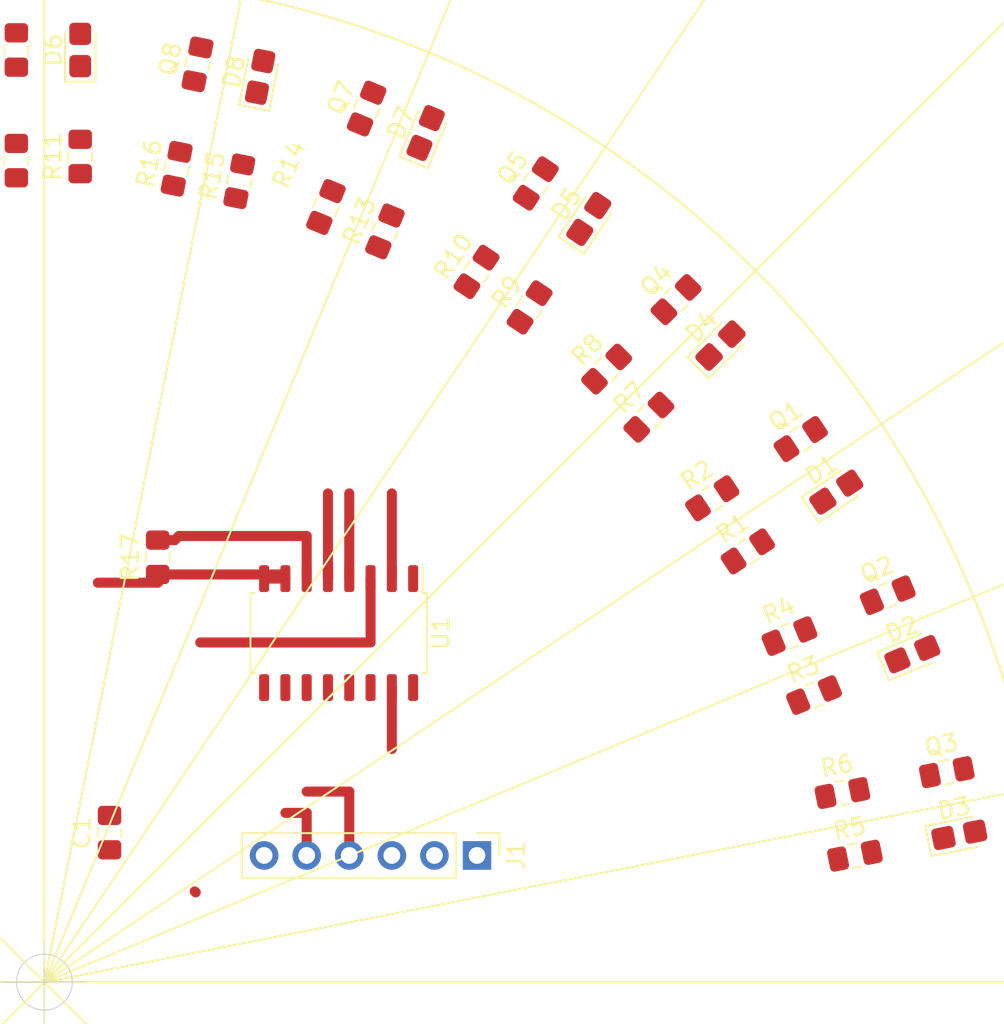
<source format=kicad_pcb>
(kicad_pcb (version 20171130) (host pcbnew "(5.1.4)-1")

  (general
    (thickness 1.6)
    (drawings 17)
    (tracks 21)
    (zones 0)
    (modules 36)
    (nets 24)
  )

  (page A4)
  (layers
    (0 F.Cu signal)
    (31 B.Cu signal)
    (32 B.Adhes user)
    (33 F.Adhes user)
    (34 B.Paste user hide)
    (35 F.Paste user)
    (36 B.SilkS user hide)
    (37 F.SilkS user hide)
    (38 B.Mask user)
    (39 F.Mask user)
    (40 Dwgs.User user)
    (41 Cmts.User user)
    (42 Eco1.User user)
    (43 Eco2.User user)
    (44 Edge.Cuts user)
    (45 Margin user)
    (46 B.CrtYd user)
    (47 F.CrtYd user)
    (48 B.Fab user)
    (49 F.Fab user)
  )

  (setup
    (last_trace_width 0.6)
    (user_trace_width 0.6)
    (user_trace_width 0.8)
    (user_trace_width 1)
    (trace_clearance 0.2)
    (zone_clearance 0.508)
    (zone_45_only no)
    (trace_min 0.2)
    (via_size 0.8)
    (via_drill 0.4)
    (via_min_size 0.4)
    (via_min_drill 0.3)
    (uvia_size 0.3)
    (uvia_drill 0.1)
    (uvias_allowed no)
    (uvia_min_size 0.2)
    (uvia_min_drill 0.1)
    (edge_width 0.05)
    (segment_width 0.2)
    (pcb_text_width 0.3)
    (pcb_text_size 1.5 1.5)
    (mod_edge_width 0.12)
    (mod_text_size 1 1)
    (mod_text_width 0.15)
    (pad_size 1.524 1.524)
    (pad_drill 0.762)
    (pad_to_mask_clearance 0.051)
    (solder_mask_min_width 0.25)
    (aux_axis_origin 0 0)
    (visible_elements FFFFFF7F)
    (pcbplotparams
      (layerselection 0x010fc_ffffffff)
      (usegerberextensions false)
      (usegerberattributes false)
      (usegerberadvancedattributes false)
      (creategerberjobfile false)
      (excludeedgelayer true)
      (linewidth 0.100000)
      (plotframeref false)
      (viasonmask false)
      (mode 1)
      (useauxorigin false)
      (hpglpennumber 1)
      (hpglpenspeed 20)
      (hpglpendiameter 15.000000)
      (psnegative false)
      (psa4output false)
      (plotreference true)
      (plotvalue true)
      (plotinvisibletext false)
      (padsonsilk false)
      (subtractmaskfromsilk false)
      (outputformat 1)
      (mirror false)
      (drillshape 1)
      (scaleselection 1)
      (outputdirectory ""))
  )

  (net 0 "")
  (net 1 "Net-(C1-Pad1)")
  (net 2 "Net-(C1-Pad2)")
  (net 3 "Net-(J1-Pad3)")
  (net 4 "Net-(J1-Pad4)")
  (net 5 "Net-(J1-Pad5)")
  (net 6 "Net-(J1-Pad6)")
  (net 7 "Net-(Q1-Pad1)")
  (net 8 "Net-(Q2-Pad1)")
  (net 9 "Net-(Q3-Pad1)")
  (net 10 "Net-(Q4-Pad1)")
  (net 11 "Net-(Q5-Pad1)")
  (net 12 "Net-(Q6-Pad1)")
  (net 13 "Net-(Q7-Pad1)")
  (net 14 "Net-(Q8-Pad1)")
  (net 15 "Net-(D1-Pad1)")
  (net 16 "Net-(D2-Pad1)")
  (net 17 "Net-(D3-Pad1)")
  (net 18 "Net-(D4-Pad1)")
  (net 19 "Net-(D5-Pad1)")
  (net 20 "Net-(D6-Pad1)")
  (net 21 "Net-(D7-Pad1)")
  (net 22 "Net-(D8-Pad1)")
  (net 23 "Net-(R17-Pad2)")

  (net_class Default "Это класс цепей по умолчанию."
    (clearance 0.2)
    (trace_width 0.25)
    (via_dia 0.8)
    (via_drill 0.4)
    (uvia_dia 0.3)
    (uvia_drill 0.1)
    (add_net "Net-(C1-Pad1)")
    (add_net "Net-(C1-Pad2)")
    (add_net "Net-(D1-Pad1)")
    (add_net "Net-(D2-Pad1)")
    (add_net "Net-(D3-Pad1)")
    (add_net "Net-(D4-Pad1)")
    (add_net "Net-(D5-Pad1)")
    (add_net "Net-(D6-Pad1)")
    (add_net "Net-(D7-Pad1)")
    (add_net "Net-(D8-Pad1)")
    (add_net "Net-(J1-Pad3)")
    (add_net "Net-(J1-Pad4)")
    (add_net "Net-(J1-Pad5)")
    (add_net "Net-(J1-Pad6)")
    (add_net "Net-(Q1-Pad1)")
    (add_net "Net-(Q2-Pad1)")
    (add_net "Net-(Q3-Pad1)")
    (add_net "Net-(Q4-Pad1)")
    (add_net "Net-(Q5-Pad1)")
    (add_net "Net-(Q6-Pad1)")
    (add_net "Net-(Q7-Pad1)")
    (add_net "Net-(Q8-Pad1)")
    (add_net "Net-(R17-Pad2)")
  )

  (module Resistor_SMD:R_0805_2012Metric_Pad1.15x1.40mm_HandSolder (layer F.Cu) (tedit 5B36C52B) (tstamp 5DF3DDC0)
    (at 134.892537 65.801701 78.7)
    (descr "Resistor SMD 0805 (2012 Metric), square (rectangular) end terminal, IPC_7351 nominal with elongated pad for handsoldering. (Body size source: https://docs.google.com/spreadsheets/d/1BsfQQcO9C6DZCsRaXUlFlo91Tg2WpOkGARC1WS5S8t0/edit?usp=sharing), generated with kicad-footprint-generator")
    (tags "resistor handsolder")
    (path /5DF4C7C0)
    (attr smd)
    (fp_text reference R16 (at 0 -1.65 78.7) (layer F.SilkS)
      (effects (font (size 1 1) (thickness 0.15)))
    )
    (fp_text value R (at 0 1.65 78.7) (layer F.Fab)
      (effects (font (size 1 1) (thickness 0.15)))
    )
    (fp_text user %R (at 0 0 78.7) (layer F.Fab)
      (effects (font (size 0.5 0.5) (thickness 0.08)))
    )
    (fp_line (start 1.85 0.95) (end -1.85 0.95) (layer F.CrtYd) (width 0.05))
    (fp_line (start 1.85 -0.95) (end 1.85 0.95) (layer F.CrtYd) (width 0.05))
    (fp_line (start -1.85 -0.95) (end 1.85 -0.95) (layer F.CrtYd) (width 0.05))
    (fp_line (start -1.85 0.95) (end -1.85 -0.95) (layer F.CrtYd) (width 0.05))
    (fp_line (start -0.261252 0.71) (end 0.261252 0.71) (layer F.SilkS) (width 0.12))
    (fp_line (start -0.261252 -0.71) (end 0.261252 -0.71) (layer F.SilkS) (width 0.12))
    (fp_line (start 1 0.6) (end -1 0.6) (layer F.Fab) (width 0.1))
    (fp_line (start 1 -0.6) (end 1 0.6) (layer F.Fab) (width 0.1))
    (fp_line (start -1 -0.6) (end 1 -0.6) (layer F.Fab) (width 0.1))
    (fp_line (start -1 0.6) (end -1 -0.6) (layer F.Fab) (width 0.1))
    (pad 2 smd roundrect (at 1.025 0 78.7) (size 1.15 1.4) (layers F.Cu F.Paste F.Mask) (roundrect_rratio 0.217391)
      (net 14 "Net-(Q8-Pad1)"))
    (pad 1 smd roundrect (at -1.025 0 78.7) (size 1.15 1.4) (layers F.Cu F.Paste F.Mask) (roundrect_rratio 0.217391)
      (net 2 "Net-(C1-Pad2)"))
    (model ${KISYS3DMOD}/Resistor_SMD.3dshapes/R_0805_2012Metric.wrl
      (at (xyz 0 0 0))
      (scale (xyz 1 1 1))
      (rotate (xyz 0 0 0))
    )
  )

  (module Resistor_SMD:R_0805_2012Metric_Pad1.15x1.40mm_HandSolder (layer F.Cu) (tedit 5B36C52B) (tstamp 5DF3DDAF)
    (at 138.628679 66.548256 78.7)
    (descr "Resistor SMD 0805 (2012 Metric), square (rectangular) end terminal, IPC_7351 nominal with elongated pad for handsoldering. (Body size source: https://docs.google.com/spreadsheets/d/1BsfQQcO9C6DZCsRaXUlFlo91Tg2WpOkGARC1WS5S8t0/edit?usp=sharing), generated with kicad-footprint-generator")
    (tags "resistor handsolder")
    (path /5DF4C7BA)
    (attr smd)
    (fp_text reference R15 (at 0 -1.65 78.7) (layer F.SilkS)
      (effects (font (size 1 1) (thickness 0.15)))
    )
    (fp_text value R (at 0 1.65 78.7) (layer F.Fab)
      (effects (font (size 1 1) (thickness 0.15)))
    )
    (fp_text user %R (at 0 0 78.7) (layer F.Fab)
      (effects (font (size 0.5 0.5) (thickness 0.08)))
    )
    (fp_line (start 1.85 0.95) (end -1.85 0.95) (layer F.CrtYd) (width 0.05))
    (fp_line (start 1.85 -0.95) (end 1.85 0.95) (layer F.CrtYd) (width 0.05))
    (fp_line (start -1.85 -0.95) (end 1.85 -0.95) (layer F.CrtYd) (width 0.05))
    (fp_line (start -1.85 0.95) (end -1.85 -0.95) (layer F.CrtYd) (width 0.05))
    (fp_line (start -0.261252 0.71) (end 0.261252 0.71) (layer F.SilkS) (width 0.12))
    (fp_line (start -0.261252 -0.71) (end 0.261252 -0.71) (layer F.SilkS) (width 0.12))
    (fp_line (start 1 0.6) (end -1 0.6) (layer F.Fab) (width 0.1))
    (fp_line (start 1 -0.6) (end 1 0.6) (layer F.Fab) (width 0.1))
    (fp_line (start -1 -0.6) (end 1 -0.6) (layer F.Fab) (width 0.1))
    (fp_line (start -1 0.6) (end -1 -0.6) (layer F.Fab) (width 0.1))
    (pad 2 smd roundrect (at 1.025 0 78.7) (size 1.15 1.4) (layers F.Cu F.Paste F.Mask) (roundrect_rratio 0.217391)
      (net 22 "Net-(D8-Pad1)"))
    (pad 1 smd roundrect (at -1.025 0 78.7) (size 1.15 1.4) (layers F.Cu F.Paste F.Mask) (roundrect_rratio 0.217391)
      (net 2 "Net-(C1-Pad2)"))
    (model ${KISYS3DMOD}/Resistor_SMD.3dshapes/R_0805_2012Metric.wrl
      (at (xyz 0 0 0))
      (scale (xyz 1 1 1))
      (rotate (xyz 0 0 0))
    )
  )

  (module Resistor_SMD:R_0805_2012Metric_Pad1.15x1.40mm_HandSolder (layer F.Cu) (tedit 5B36C52B) (tstamp 5DF3DCB0)
    (at 136.136795 59.574798 78.7)
    (descr "Resistor SMD 0805 (2012 Metric), square (rectangular) end terminal, IPC_7351 nominal with elongated pad for handsoldering. (Body size source: https://docs.google.com/spreadsheets/d/1BsfQQcO9C6DZCsRaXUlFlo91Tg2WpOkGARC1WS5S8t0/edit?usp=sharing), generated with kicad-footprint-generator")
    (tags "resistor handsolder")
    (path /5DF4C7CC)
    (attr smd)
    (fp_text reference Q8 (at 0 -1.65 78.7) (layer F.SilkS)
      (effects (font (size 1 1) (thickness 0.15)))
    )
    (fp_text value SFH300 (at 0 1.65 78.7) (layer F.Fab)
      (effects (font (size 1 1) (thickness 0.15)))
    )
    (fp_text user %R (at 0 0 78.7) (layer F.Fab)
      (effects (font (size 0.5 0.5) (thickness 0.08)))
    )
    (fp_line (start 1.85 0.95) (end -1.85 0.95) (layer F.CrtYd) (width 0.05))
    (fp_line (start 1.85 -0.95) (end 1.85 0.95) (layer F.CrtYd) (width 0.05))
    (fp_line (start -1.85 -0.95) (end 1.85 -0.95) (layer F.CrtYd) (width 0.05))
    (fp_line (start -1.85 0.95) (end -1.85 -0.95) (layer F.CrtYd) (width 0.05))
    (fp_line (start -0.261252 0.71) (end 0.261252 0.71) (layer F.SilkS) (width 0.12))
    (fp_line (start -0.261252 -0.71) (end 0.261252 -0.71) (layer F.SilkS) (width 0.12))
    (fp_line (start 1 0.6) (end -1 0.6) (layer F.Fab) (width 0.1))
    (fp_line (start 1 -0.6) (end 1 0.6) (layer F.Fab) (width 0.1))
    (fp_line (start -1 -0.6) (end 1 -0.6) (layer F.Fab) (width 0.1))
    (fp_line (start -1 0.6) (end -1 -0.6) (layer F.Fab) (width 0.1))
    (pad 2 smd roundrect (at 1.025 0 78.7) (size 1.15 1.4) (layers F.Cu F.Paste F.Mask) (roundrect_rratio 0.217391)
      (net 1 "Net-(C1-Pad1)"))
    (pad 1 smd roundrect (at -1.025 0 78.7) (size 1.15 1.4) (layers F.Cu F.Paste F.Mask) (roundrect_rratio 0.217391)
      (net 14 "Net-(Q8-Pad1)"))
    (model ${KISYS3DMOD}/Resistor_SMD.3dshapes/R_0805_2012Metric.wrl
      (at (xyz 0 0 0))
      (scale (xyz 1 1 1))
      (rotate (xyz 0 0 0))
    )
  )

  (module LED_SMD:LED_0805_2012Metric_Castellated (layer F.Cu) (tedit 5B36C52C) (tstamp 5DF3DC0E)
    (at 139.872937 60.321353 78.7)
    (descr "LED SMD 0805 (2012 Metric), castellated end terminal, IPC_7351 nominal, (Body size source: https://docs.google.com/spreadsheets/d/1BsfQQcO9C6DZCsRaXUlFlo91Tg2WpOkGARC1WS5S8t0/edit?usp=sharing), generated with kicad-footprint-generator")
    (tags "LED castellated")
    (path /5DF4C7C6)
    (attr smd)
    (fp_text reference D8 (at 0 -1.6 78.7) (layer F.SilkS)
      (effects (font (size 1 1) (thickness 0.15)))
    )
    (fp_text value LED (at 0 1.6 78.7) (layer F.Fab)
      (effects (font (size 1 1) (thickness 0.15)))
    )
    (fp_text user %R (at 0 0 78.7) (layer F.Fab)
      (effects (font (size 0.5 0.5) (thickness 0.08)))
    )
    (fp_line (start 1.88 0.9) (end -1.88 0.9) (layer F.CrtYd) (width 0.05))
    (fp_line (start 1.88 -0.9) (end 1.88 0.9) (layer F.CrtYd) (width 0.05))
    (fp_line (start -1.88 -0.9) (end 1.88 -0.9) (layer F.CrtYd) (width 0.05))
    (fp_line (start -1.88 0.9) (end -1.88 -0.9) (layer F.CrtYd) (width 0.05))
    (fp_line (start -1.885 0.91) (end 1 0.91) (layer F.SilkS) (width 0.12))
    (fp_line (start -1.885 -0.91) (end -1.885 0.91) (layer F.SilkS) (width 0.12))
    (fp_line (start 1 -0.91) (end -1.885 -0.91) (layer F.SilkS) (width 0.12))
    (fp_line (start 1 0.6) (end 1 -0.6) (layer F.Fab) (width 0.1))
    (fp_line (start -1 0.6) (end 1 0.6) (layer F.Fab) (width 0.1))
    (fp_line (start -1 -0.3) (end -1 0.6) (layer F.Fab) (width 0.1))
    (fp_line (start -0.7 -0.6) (end -1 -0.3) (layer F.Fab) (width 0.1))
    (fp_line (start 1 -0.6) (end -0.7 -0.6) (layer F.Fab) (width 0.1))
    (pad 2 smd roundrect (at 0.9625 0 78.7) (size 1.325 1.3) (layers F.Cu F.Paste F.Mask) (roundrect_rratio 0.192308)
      (net 1 "Net-(C1-Pad1)"))
    (pad 1 smd roundrect (at -0.9625 0 78.7) (size 1.325 1.3) (layers F.Cu F.Paste F.Mask) (roundrect_rratio 0.192308)
      (net 22 "Net-(D8-Pad1)"))
    (model ${KISYS3DMOD}/LED_SMD.3dshapes/LED_0805_2012Metric_Castellated.wrl
      (at (xyz 0 0 0))
      (scale (xyz 1 1 1))
      (rotate (xyz 0 0 0))
    )
  )

  (module Package_SO:SOP-16_4.55x10.3mm_P1.27mm (layer F.Cu) (tedit 5C5B553D) (tstamp 5DF3DDF8)
    (at 144.555 93.49 270)
    (descr "SOP, 16 Pin (https://toshiba.semicon-storage.com/info/docget.jsp?did=12855&prodName=TLP290-4), generated with kicad-footprint-generator ipc_gullwing_generator.py")
    (tags "SOP SO")
    (path /5DF3FCD1)
    (attr smd)
    (fp_text reference U1 (at 0 -6.1 90) (layer F.SilkS)
      (effects (font (size 1 1) (thickness 0.15)))
    )
    (fp_text value 74HC4051 (at 0 6.1 90) (layer F.Fab)
      (effects (font (size 1 1) (thickness 0.15)))
    )
    (fp_text user %R (at 0 0 90) (layer F.Fab)
      (effects (font (size 1 1) (thickness 0.15)))
    )
    (fp_line (start 4.3 -5.4) (end -4.3 -5.4) (layer F.CrtYd) (width 0.05))
    (fp_line (start 4.3 5.4) (end 4.3 -5.4) (layer F.CrtYd) (width 0.05))
    (fp_line (start -4.3 5.4) (end 4.3 5.4) (layer F.CrtYd) (width 0.05))
    (fp_line (start -4.3 -5.4) (end -4.3 5.4) (layer F.CrtYd) (width 0.05))
    (fp_line (start -2.275 -4.15) (end -1.275 -5.15) (layer F.Fab) (width 0.1))
    (fp_line (start -2.275 5.15) (end -2.275 -4.15) (layer F.Fab) (width 0.1))
    (fp_line (start 2.275 5.15) (end -2.275 5.15) (layer F.Fab) (width 0.1))
    (fp_line (start 2.275 -5.15) (end 2.275 5.15) (layer F.Fab) (width 0.1))
    (fp_line (start -1.275 -5.15) (end 2.275 -5.15) (layer F.Fab) (width 0.1))
    (fp_line (start -2.385 -5.005) (end -4.05 -5.005) (layer F.SilkS) (width 0.12))
    (fp_line (start -2.385 -5.26) (end -2.385 -5.005) (layer F.SilkS) (width 0.12))
    (fp_line (start 0 -5.26) (end -2.385 -5.26) (layer F.SilkS) (width 0.12))
    (fp_line (start 2.385 -5.26) (end 2.385 -5.005) (layer F.SilkS) (width 0.12))
    (fp_line (start 0 -5.26) (end 2.385 -5.26) (layer F.SilkS) (width 0.12))
    (fp_line (start -2.385 5.26) (end -2.385 5.005) (layer F.SilkS) (width 0.12))
    (fp_line (start 0 5.26) (end -2.385 5.26) (layer F.SilkS) (width 0.12))
    (fp_line (start 2.385 5.26) (end 2.385 5.005) (layer F.SilkS) (width 0.12))
    (fp_line (start 0 5.26) (end 2.385 5.26) (layer F.SilkS) (width 0.12))
    (pad 16 smd roundrect (at 3.25 -4.445 270) (size 1.6 0.6) (layers F.Cu F.Paste F.Mask) (roundrect_rratio 0.25)
      (net 1 "Net-(C1-Pad1)"))
    (pad 15 smd roundrect (at 3.25 -3.175 270) (size 1.6 0.6) (layers F.Cu F.Paste F.Mask) (roundrect_rratio 0.25)
      (net 9 "Net-(Q3-Pad1)"))
    (pad 14 smd roundrect (at 3.25 -1.905 270) (size 1.6 0.6) (layers F.Cu F.Paste F.Mask) (roundrect_rratio 0.25)
      (net 8 "Net-(Q2-Pad1)"))
    (pad 13 smd roundrect (at 3.25 -0.635 270) (size 1.6 0.6) (layers F.Cu F.Paste F.Mask) (roundrect_rratio 0.25)
      (net 7 "Net-(Q1-Pad1)"))
    (pad 12 smd roundrect (at 3.25 0.635 270) (size 1.6 0.6) (layers F.Cu F.Paste F.Mask) (roundrect_rratio 0.25)
      (net 10 "Net-(Q4-Pad1)"))
    (pad 11 smd roundrect (at 3.25 1.905 270) (size 1.6 0.6) (layers F.Cu F.Paste F.Mask) (roundrect_rratio 0.25)
      (net 4 "Net-(J1-Pad4)"))
    (pad 10 smd roundrect (at 3.25 3.175 270) (size 1.6 0.6) (layers F.Cu F.Paste F.Mask) (roundrect_rratio 0.25)
      (net 5 "Net-(J1-Pad5)"))
    (pad 9 smd roundrect (at 3.25 4.445 270) (size 1.6 0.6) (layers F.Cu F.Paste F.Mask) (roundrect_rratio 0.25)
      (net 6 "Net-(J1-Pad6)"))
    (pad 8 smd roundrect (at -3.25 4.445 270) (size 1.6 0.6) (layers F.Cu F.Paste F.Mask) (roundrect_rratio 0.25)
      (net 2 "Net-(C1-Pad2)"))
    (pad 7 smd roundrect (at -3.25 3.175 270) (size 1.6 0.6) (layers F.Cu F.Paste F.Mask) (roundrect_rratio 0.25)
      (net 2 "Net-(C1-Pad2)"))
    (pad 6 smd roundrect (at -3.25 1.905 270) (size 1.6 0.6) (layers F.Cu F.Paste F.Mask) (roundrect_rratio 0.25)
      (net 23 "Net-(R17-Pad2)"))
    (pad 5 smd roundrect (at -3.25 0.635 270) (size 1.6 0.6) (layers F.Cu F.Paste F.Mask) (roundrect_rratio 0.25)
      (net 12 "Net-(Q6-Pad1)"))
    (pad 4 smd roundrect (at -3.25 -0.635 270) (size 1.6 0.6) (layers F.Cu F.Paste F.Mask) (roundrect_rratio 0.25)
      (net 14 "Net-(Q8-Pad1)"))
    (pad 3 smd roundrect (at -3.25 -1.905 270) (size 1.6 0.6) (layers F.Cu F.Paste F.Mask) (roundrect_rratio 0.25)
      (net 3 "Net-(J1-Pad3)"))
    (pad 2 smd roundrect (at -3.25 -3.175 270) (size 1.6 0.6) (layers F.Cu F.Paste F.Mask) (roundrect_rratio 0.25)
      (net 13 "Net-(Q7-Pad1)"))
    (pad 1 smd roundrect (at -3.25 -4.445 270) (size 1.6 0.6) (layers F.Cu F.Paste F.Mask) (roundrect_rratio 0.25)
      (net 11 "Net-(Q5-Pad1)"))
    (model ${KISYS3DMOD}/Package_SO.3dshapes/SOP-16_4.55x10.3mm_P1.27mm.wrl
      (at (xyz 0 0 0))
      (scale (xyz 1 1 1))
      (rotate (xyz 0 0 0))
    )
  )

  (module Resistor_SMD:R_0805_2012Metric_Pad1.15x1.40mm_HandSolder (layer F.Cu) (tedit 5B36C52B) (tstamp 5DF3DDD1)
    (at 133.76 88.97 90)
    (descr "Resistor SMD 0805 (2012 Metric), square (rectangular) end terminal, IPC_7351 nominal with elongated pad for handsoldering. (Body size source: https://docs.google.com/spreadsheets/d/1BsfQQcO9C6DZCsRaXUlFlo91Tg2WpOkGARC1WS5S8t0/edit?usp=sharing), generated with kicad-footprint-generator")
    (tags "resistor handsolder")
    (path /5DFA6CFC)
    (attr smd)
    (fp_text reference R17 (at 0 -1.65 90) (layer F.SilkS)
      (effects (font (size 1 1) (thickness 0.15)))
    )
    (fp_text value R (at 0 1.65 90) (layer F.Fab)
      (effects (font (size 1 1) (thickness 0.15)))
    )
    (fp_text user %R (at 0 0 90) (layer F.Fab)
      (effects (font (size 0.5 0.5) (thickness 0.08)))
    )
    (fp_line (start 1.85 0.95) (end -1.85 0.95) (layer F.CrtYd) (width 0.05))
    (fp_line (start 1.85 -0.95) (end 1.85 0.95) (layer F.CrtYd) (width 0.05))
    (fp_line (start -1.85 -0.95) (end 1.85 -0.95) (layer F.CrtYd) (width 0.05))
    (fp_line (start -1.85 0.95) (end -1.85 -0.95) (layer F.CrtYd) (width 0.05))
    (fp_line (start -0.261252 0.71) (end 0.261252 0.71) (layer F.SilkS) (width 0.12))
    (fp_line (start -0.261252 -0.71) (end 0.261252 -0.71) (layer F.SilkS) (width 0.12))
    (fp_line (start 1 0.6) (end -1 0.6) (layer F.Fab) (width 0.1))
    (fp_line (start 1 -0.6) (end 1 0.6) (layer F.Fab) (width 0.1))
    (fp_line (start -1 -0.6) (end 1 -0.6) (layer F.Fab) (width 0.1))
    (fp_line (start -1 0.6) (end -1 -0.6) (layer F.Fab) (width 0.1))
    (pad 2 smd roundrect (at 1.025 0 90) (size 1.15 1.4) (layers F.Cu F.Paste F.Mask) (roundrect_rratio 0.217391)
      (net 23 "Net-(R17-Pad2)"))
    (pad 1 smd roundrect (at -1.025 0 90) (size 1.15 1.4) (layers F.Cu F.Paste F.Mask) (roundrect_rratio 0.217391)
      (net 2 "Net-(C1-Pad2)"))
    (model ${KISYS3DMOD}/Resistor_SMD.3dshapes/R_0805_2012Metric.wrl
      (at (xyz 0 0 0))
      (scale (xyz 1 1 1))
      (rotate (xyz 0 0 0))
    )
  )

  (module Resistor_SMD:R_0805_2012Metric_Pad1.15x1.40mm_HandSolder (layer F.Cu) (tedit 5B36C52B) (tstamp 5DF3DD9E)
    (at 143.795965 68.078907 67.5)
    (descr "Resistor SMD 0805 (2012 Metric), square (rectangular) end terminal, IPC_7351 nominal with elongated pad for handsoldering. (Body size source: https://docs.google.com/spreadsheets/d/1BsfQQcO9C6DZCsRaXUlFlo91Tg2WpOkGARC1WS5S8t0/edit?usp=sharing), generated with kicad-footprint-generator")
    (tags "resistor handsolder")
    (path /5DF4C7A3)
    (attr smd)
    (fp_text reference R14 (at 1.5 -3 67.5) (layer F.SilkS)
      (effects (font (size 1 1) (thickness 0.15)))
    )
    (fp_text value R (at 0 1.65 67.5) (layer F.Fab)
      (effects (font (size 1 1) (thickness 0.15)))
    )
    (fp_text user %R (at 0 0 67.5) (layer F.Fab)
      (effects (font (size 0.5 0.5) (thickness 0.08)))
    )
    (fp_line (start 1.85 0.95) (end -1.85 0.95) (layer F.CrtYd) (width 0.05))
    (fp_line (start 1.85 -0.95) (end 1.85 0.95) (layer F.CrtYd) (width 0.05))
    (fp_line (start -1.85 -0.95) (end 1.85 -0.95) (layer F.CrtYd) (width 0.05))
    (fp_line (start -1.85 0.95) (end -1.85 -0.95) (layer F.CrtYd) (width 0.05))
    (fp_line (start -0.261252 0.71) (end 0.261252 0.71) (layer F.SilkS) (width 0.12))
    (fp_line (start -0.261252 -0.71) (end 0.261252 -0.71) (layer F.SilkS) (width 0.12))
    (fp_line (start 1 0.6) (end -1 0.6) (layer F.Fab) (width 0.1))
    (fp_line (start 1 -0.6) (end 1 0.6) (layer F.Fab) (width 0.1))
    (fp_line (start -1 -0.6) (end 1 -0.6) (layer F.Fab) (width 0.1))
    (fp_line (start -1 0.6) (end -1 -0.6) (layer F.Fab) (width 0.1))
    (pad 2 smd roundrect (at 1.025 0 67.5) (size 1.15 1.4) (layers F.Cu F.Paste F.Mask) (roundrect_rratio 0.217391)
      (net 13 "Net-(Q7-Pad1)"))
    (pad 1 smd roundrect (at -1.025 0 67.5) (size 1.15 1.4) (layers F.Cu F.Paste F.Mask) (roundrect_rratio 0.217391)
      (net 2 "Net-(C1-Pad2)"))
    (model ${KISYS3DMOD}/Resistor_SMD.3dshapes/R_0805_2012Metric.wrl
      (at (xyz 0 0 0))
      (scale (xyz 1 1 1))
      (rotate (xyz 0 0 0))
    )
  )

  (module Resistor_SMD:R_0805_2012Metric_Pad1.15x1.40mm_HandSolder (layer F.Cu) (tedit 5B36C52B) (tstamp 5DF3DD8D)
    (at 147.315946 69.53693 67.5)
    (descr "Resistor SMD 0805 (2012 Metric), square (rectangular) end terminal, IPC_7351 nominal with elongated pad for handsoldering. (Body size source: https://docs.google.com/spreadsheets/d/1BsfQQcO9C6DZCsRaXUlFlo91Tg2WpOkGARC1WS5S8t0/edit?usp=sharing), generated with kicad-footprint-generator")
    (tags "resistor handsolder")
    (path /5DF4C79D)
    (attr smd)
    (fp_text reference R13 (at 0 -1.65 67.5) (layer F.SilkS)
      (effects (font (size 1 1) (thickness 0.15)))
    )
    (fp_text value R (at 0 1.65 67.5) (layer F.Fab)
      (effects (font (size 1 1) (thickness 0.15)))
    )
    (fp_text user %R (at 0 0 67.5) (layer F.Fab)
      (effects (font (size 0.5 0.5) (thickness 0.08)))
    )
    (fp_line (start 1.85 0.95) (end -1.85 0.95) (layer F.CrtYd) (width 0.05))
    (fp_line (start 1.85 -0.95) (end 1.85 0.95) (layer F.CrtYd) (width 0.05))
    (fp_line (start -1.85 -0.95) (end 1.85 -0.95) (layer F.CrtYd) (width 0.05))
    (fp_line (start -1.85 0.95) (end -1.85 -0.95) (layer F.CrtYd) (width 0.05))
    (fp_line (start -0.261252 0.71) (end 0.261252 0.71) (layer F.SilkS) (width 0.12))
    (fp_line (start -0.261252 -0.71) (end 0.261252 -0.71) (layer F.SilkS) (width 0.12))
    (fp_line (start 1 0.6) (end -1 0.6) (layer F.Fab) (width 0.1))
    (fp_line (start 1 -0.6) (end 1 0.6) (layer F.Fab) (width 0.1))
    (fp_line (start -1 -0.6) (end 1 -0.6) (layer F.Fab) (width 0.1))
    (fp_line (start -1 0.6) (end -1 -0.6) (layer F.Fab) (width 0.1))
    (pad 2 smd roundrect (at 1.025 0 67.5) (size 1.15 1.4) (layers F.Cu F.Paste F.Mask) (roundrect_rratio 0.217391)
      (net 21 "Net-(D7-Pad1)"))
    (pad 1 smd roundrect (at -1.025 0 67.5) (size 1.15 1.4) (layers F.Cu F.Paste F.Mask) (roundrect_rratio 0.217391)
      (net 2 "Net-(C1-Pad2)"))
    (model ${KISYS3DMOD}/Resistor_SMD.3dshapes/R_0805_2012Metric.wrl
      (at (xyz 0 0 0))
      (scale (xyz 1 1 1))
      (rotate (xyz 0 0 0))
    )
  )

  (module Resistor_SMD:R_0805_2012Metric_Pad1.15x1.40mm_HandSolder (layer F.Cu) (tedit 5B36C52B) (tstamp 5DF3DD7C)
    (at 125.33 65.315 90)
    (descr "Resistor SMD 0805 (2012 Metric), square (rectangular) end terminal, IPC_7351 nominal with elongated pad for handsoldering. (Body size source: https://docs.google.com/spreadsheets/d/1BsfQQcO9C6DZCsRaXUlFlo91Tg2WpOkGARC1WS5S8t0/edit?usp=sharing), generated with kicad-footprint-generator")
    (tags "resistor handsolder")
    (path /5DF4C786)
    (attr smd)
    (fp_text reference R12 (at 0 -1.65 90) (layer F.SilkS)
      (effects (font (size 1 1) (thickness 0.15)))
    )
    (fp_text value R (at 0 1.65 90) (layer F.Fab)
      (effects (font (size 1 1) (thickness 0.15)))
    )
    (fp_text user %R (at 0 0 90) (layer F.Fab)
      (effects (font (size 0.5 0.5) (thickness 0.08)))
    )
    (fp_line (start 1.85 0.95) (end -1.85 0.95) (layer F.CrtYd) (width 0.05))
    (fp_line (start 1.85 -0.95) (end 1.85 0.95) (layer F.CrtYd) (width 0.05))
    (fp_line (start -1.85 -0.95) (end 1.85 -0.95) (layer F.CrtYd) (width 0.05))
    (fp_line (start -1.85 0.95) (end -1.85 -0.95) (layer F.CrtYd) (width 0.05))
    (fp_line (start -0.261252 0.71) (end 0.261252 0.71) (layer F.SilkS) (width 0.12))
    (fp_line (start -0.261252 -0.71) (end 0.261252 -0.71) (layer F.SilkS) (width 0.12))
    (fp_line (start 1 0.6) (end -1 0.6) (layer F.Fab) (width 0.1))
    (fp_line (start 1 -0.6) (end 1 0.6) (layer F.Fab) (width 0.1))
    (fp_line (start -1 -0.6) (end 1 -0.6) (layer F.Fab) (width 0.1))
    (fp_line (start -1 0.6) (end -1 -0.6) (layer F.Fab) (width 0.1))
    (pad 2 smd roundrect (at 1.025 0 90) (size 1.15 1.4) (layers F.Cu F.Paste F.Mask) (roundrect_rratio 0.217391)
      (net 12 "Net-(Q6-Pad1)"))
    (pad 1 smd roundrect (at -1.025 0 90) (size 1.15 1.4) (layers F.Cu F.Paste F.Mask) (roundrect_rratio 0.217391)
      (net 2 "Net-(C1-Pad2)"))
    (model ${KISYS3DMOD}/Resistor_SMD.3dshapes/R_0805_2012Metric.wrl
      (at (xyz 0 0 0))
      (scale (xyz 1 1 1))
      (rotate (xyz 0 0 0))
    )
  )

  (module Resistor_SMD:R_0805_2012Metric_Pad1.15x1.40mm_HandSolder (layer F.Cu) (tedit 5B36C52B) (tstamp 5DF3DD6B)
    (at 129.14 65.07 90)
    (descr "Resistor SMD 0805 (2012 Metric), square (rectangular) end terminal, IPC_7351 nominal with elongated pad for handsoldering. (Body size source: https://docs.google.com/spreadsheets/d/1BsfQQcO9C6DZCsRaXUlFlo91Tg2WpOkGARC1WS5S8t0/edit?usp=sharing), generated with kicad-footprint-generator")
    (tags "resistor handsolder")
    (path /5DF4C780)
    (attr smd)
    (fp_text reference R11 (at 0 -1.65 90) (layer F.SilkS)
      (effects (font (size 1 1) (thickness 0.15)))
    )
    (fp_text value R (at 0 1.65 90) (layer F.Fab)
      (effects (font (size 1 1) (thickness 0.15)))
    )
    (fp_text user %R (at 0 0 90) (layer F.Fab)
      (effects (font (size 0.5 0.5) (thickness 0.08)))
    )
    (fp_line (start 1.85 0.95) (end -1.85 0.95) (layer F.CrtYd) (width 0.05))
    (fp_line (start 1.85 -0.95) (end 1.85 0.95) (layer F.CrtYd) (width 0.05))
    (fp_line (start -1.85 -0.95) (end 1.85 -0.95) (layer F.CrtYd) (width 0.05))
    (fp_line (start -1.85 0.95) (end -1.85 -0.95) (layer F.CrtYd) (width 0.05))
    (fp_line (start -0.261252 0.71) (end 0.261252 0.71) (layer F.SilkS) (width 0.12))
    (fp_line (start -0.261252 -0.71) (end 0.261252 -0.71) (layer F.SilkS) (width 0.12))
    (fp_line (start 1 0.6) (end -1 0.6) (layer F.Fab) (width 0.1))
    (fp_line (start 1 -0.6) (end 1 0.6) (layer F.Fab) (width 0.1))
    (fp_line (start -1 -0.6) (end 1 -0.6) (layer F.Fab) (width 0.1))
    (fp_line (start -1 0.6) (end -1 -0.6) (layer F.Fab) (width 0.1))
    (pad 2 smd roundrect (at 1.025 0 90) (size 1.15 1.4) (layers F.Cu F.Paste F.Mask) (roundrect_rratio 0.217391)
      (net 20 "Net-(D6-Pad1)"))
    (pad 1 smd roundrect (at -1.025 0 90) (size 1.15 1.4) (layers F.Cu F.Paste F.Mask) (roundrect_rratio 0.217391)
      (net 2 "Net-(C1-Pad2)"))
    (model ${KISYS3DMOD}/Resistor_SMD.3dshapes/R_0805_2012Metric.wrl
      (at (xyz 0 0 0))
      (scale (xyz 1 1 1))
      (rotate (xyz 0 0 0))
    )
  )

  (module Resistor_SMD:R_0805_2012Metric_Pad1.15x1.40mm_HandSolder (layer F.Cu) (tedit 5B36C52B) (tstamp 5DF3DD5A)
    (at 152.780379 71.95237 56.2)
    (descr "Resistor SMD 0805 (2012 Metric), square (rectangular) end terminal, IPC_7351 nominal with elongated pad for handsoldering. (Body size source: https://docs.google.com/spreadsheets/d/1BsfQQcO9C6DZCsRaXUlFlo91Tg2WpOkGARC1WS5S8t0/edit?usp=sharing), generated with kicad-footprint-generator")
    (tags "resistor handsolder")
    (path /5DF4C768)
    (attr smd)
    (fp_text reference R10 (at 0 -1.65 56.2) (layer F.SilkS)
      (effects (font (size 1 1) (thickness 0.15)))
    )
    (fp_text value R (at 0 1.65 56.2) (layer F.Fab)
      (effects (font (size 1 1) (thickness 0.15)))
    )
    (fp_text user %R (at 0 0 56.2) (layer F.Fab)
      (effects (font (size 0.5 0.5) (thickness 0.08)))
    )
    (fp_line (start 1.85 0.95) (end -1.85 0.95) (layer F.CrtYd) (width 0.05))
    (fp_line (start 1.85 -0.95) (end 1.85 0.95) (layer F.CrtYd) (width 0.05))
    (fp_line (start -1.85 -0.95) (end 1.85 -0.95) (layer F.CrtYd) (width 0.05))
    (fp_line (start -1.85 0.95) (end -1.85 -0.95) (layer F.CrtYd) (width 0.05))
    (fp_line (start -0.261252 0.71) (end 0.261252 0.71) (layer F.SilkS) (width 0.12))
    (fp_line (start -0.261252 -0.71) (end 0.261252 -0.71) (layer F.SilkS) (width 0.12))
    (fp_line (start 1 0.6) (end -1 0.6) (layer F.Fab) (width 0.1))
    (fp_line (start 1 -0.6) (end 1 0.6) (layer F.Fab) (width 0.1))
    (fp_line (start -1 -0.6) (end 1 -0.6) (layer F.Fab) (width 0.1))
    (fp_line (start -1 0.6) (end -1 -0.6) (layer F.Fab) (width 0.1))
    (pad 2 smd roundrect (at 1.025 0 56.2) (size 1.15 1.4) (layers F.Cu F.Paste F.Mask) (roundrect_rratio 0.217391)
      (net 11 "Net-(Q5-Pad1)"))
    (pad 1 smd roundrect (at -1.025 0 56.2) (size 1.15 1.4) (layers F.Cu F.Paste F.Mask) (roundrect_rratio 0.217391)
      (net 2 "Net-(C1-Pad2)"))
    (model ${KISYS3DMOD}/Resistor_SMD.3dshapes/R_0805_2012Metric.wrl
      (at (xyz 0 0 0))
      (scale (xyz 1 1 1))
      (rotate (xyz 0 0 0))
    )
  )

  (module Resistor_SMD:R_0805_2012Metric_Pad1.15x1.40mm_HandSolder (layer F.Cu) (tedit 5B36C52B) (tstamp 5DF3DD49)
    (at 155.94643 74.071856 56.2)
    (descr "Resistor SMD 0805 (2012 Metric), square (rectangular) end terminal, IPC_7351 nominal with elongated pad for handsoldering. (Body size source: https://docs.google.com/spreadsheets/d/1BsfQQcO9C6DZCsRaXUlFlo91Tg2WpOkGARC1WS5S8t0/edit?usp=sharing), generated with kicad-footprint-generator")
    (tags "resistor handsolder")
    (path /5DF4C762)
    (attr smd)
    (fp_text reference R9 (at 0 -1.65 56.2) (layer F.SilkS)
      (effects (font (size 1 1) (thickness 0.15)))
    )
    (fp_text value R (at 0 1.65 56.2) (layer F.Fab)
      (effects (font (size 1 1) (thickness 0.15)))
    )
    (fp_text user %R (at 0 0 56.2) (layer F.Fab)
      (effects (font (size 0.5 0.5) (thickness 0.08)))
    )
    (fp_line (start 1.85 0.95) (end -1.85 0.95) (layer F.CrtYd) (width 0.05))
    (fp_line (start 1.85 -0.95) (end 1.85 0.95) (layer F.CrtYd) (width 0.05))
    (fp_line (start -1.85 -0.95) (end 1.85 -0.95) (layer F.CrtYd) (width 0.05))
    (fp_line (start -1.85 0.95) (end -1.85 -0.95) (layer F.CrtYd) (width 0.05))
    (fp_line (start -0.261252 0.71) (end 0.261252 0.71) (layer F.SilkS) (width 0.12))
    (fp_line (start -0.261252 -0.71) (end 0.261252 -0.71) (layer F.SilkS) (width 0.12))
    (fp_line (start 1 0.6) (end -1 0.6) (layer F.Fab) (width 0.1))
    (fp_line (start 1 -0.6) (end 1 0.6) (layer F.Fab) (width 0.1))
    (fp_line (start -1 -0.6) (end 1 -0.6) (layer F.Fab) (width 0.1))
    (fp_line (start -1 0.6) (end -1 -0.6) (layer F.Fab) (width 0.1))
    (pad 2 smd roundrect (at 1.025 0 56.2) (size 1.15 1.4) (layers F.Cu F.Paste F.Mask) (roundrect_rratio 0.217391)
      (net 19 "Net-(D5-Pad1)"))
    (pad 1 smd roundrect (at -1.025 0 56.2) (size 1.15 1.4) (layers F.Cu F.Paste F.Mask) (roundrect_rratio 0.217391)
      (net 2 "Net-(C1-Pad2)"))
    (model ${KISYS3DMOD}/Resistor_SMD.3dshapes/R_0805_2012Metric.wrl
      (at (xyz 0 0 0))
      (scale (xyz 1 1 1))
      (rotate (xyz 0 0 0))
    )
  )

  (module Resistor_SMD:R_0805_2012Metric_Pad1.15x1.40mm_HandSolder (layer F.Cu) (tedit 5B36C52B) (tstamp 5DF3DD38)
    (at 160.543073 77.747098 45)
    (descr "Resistor SMD 0805 (2012 Metric), square (rectangular) end terminal, IPC_7351 nominal with elongated pad for handsoldering. (Body size source: https://docs.google.com/spreadsheets/d/1BsfQQcO9C6DZCsRaXUlFlo91Tg2WpOkGARC1WS5S8t0/edit?usp=sharing), generated with kicad-footprint-generator")
    (tags "resistor handsolder")
    (path /5DF459CE)
    (attr smd)
    (fp_text reference R8 (at 0 -1.65 45) (layer F.SilkS)
      (effects (font (size 1 1) (thickness 0.15)))
    )
    (fp_text value R (at 0 1.65 45) (layer F.Fab)
      (effects (font (size 1 1) (thickness 0.15)))
    )
    (fp_text user %R (at 0 0 45) (layer F.Fab)
      (effects (font (size 0.5 0.5) (thickness 0.08)))
    )
    (fp_line (start 1.85 0.95) (end -1.85 0.95) (layer F.CrtYd) (width 0.05))
    (fp_line (start 1.85 -0.95) (end 1.85 0.95) (layer F.CrtYd) (width 0.05))
    (fp_line (start -1.85 -0.95) (end 1.85 -0.95) (layer F.CrtYd) (width 0.05))
    (fp_line (start -1.85 0.95) (end -1.85 -0.95) (layer F.CrtYd) (width 0.05))
    (fp_line (start -0.261252 0.71) (end 0.261252 0.71) (layer F.SilkS) (width 0.12))
    (fp_line (start -0.261252 -0.71) (end 0.261252 -0.71) (layer F.SilkS) (width 0.12))
    (fp_line (start 1 0.6) (end -1 0.6) (layer F.Fab) (width 0.1))
    (fp_line (start 1 -0.6) (end 1 0.6) (layer F.Fab) (width 0.1))
    (fp_line (start -1 -0.6) (end 1 -0.6) (layer F.Fab) (width 0.1))
    (fp_line (start -1 0.6) (end -1 -0.6) (layer F.Fab) (width 0.1))
    (pad 2 smd roundrect (at 1.025 0 45) (size 1.15 1.4) (layers F.Cu F.Paste F.Mask) (roundrect_rratio 0.217391)
      (net 10 "Net-(Q4-Pad1)"))
    (pad 1 smd roundrect (at -1.025 0 45) (size 1.15 1.4) (layers F.Cu F.Paste F.Mask) (roundrect_rratio 0.217391)
      (net 2 "Net-(C1-Pad2)"))
    (model ${KISYS3DMOD}/Resistor_SMD.3dshapes/R_0805_2012Metric.wrl
      (at (xyz 0 0 0))
      (scale (xyz 1 1 1))
      (rotate (xyz 0 0 0))
    )
  )

  (module Resistor_SMD:R_0805_2012Metric_Pad1.15x1.40mm_HandSolder (layer F.Cu) (tedit 5B36C52B) (tstamp 5DF3DD27)
    (at 163.063909 80.614416 45)
    (descr "Resistor SMD 0805 (2012 Metric), square (rectangular) end terminal, IPC_7351 nominal with elongated pad for handsoldering. (Body size source: https://docs.google.com/spreadsheets/d/1BsfQQcO9C6DZCsRaXUlFlo91Tg2WpOkGARC1WS5S8t0/edit?usp=sharing), generated with kicad-footprint-generator")
    (tags "resistor handsolder")
    (path /5DF459C8)
    (attr smd)
    (fp_text reference R7 (at 0 -1.65 45) (layer F.SilkS)
      (effects (font (size 1 1) (thickness 0.15)))
    )
    (fp_text value R (at 0 1.65 45) (layer F.Fab)
      (effects (font (size 1 1) (thickness 0.15)))
    )
    (fp_text user %R (at 0 0 45) (layer F.Fab)
      (effects (font (size 0.5 0.5) (thickness 0.08)))
    )
    (fp_line (start 1.85 0.95) (end -1.85 0.95) (layer F.CrtYd) (width 0.05))
    (fp_line (start 1.85 -0.95) (end 1.85 0.95) (layer F.CrtYd) (width 0.05))
    (fp_line (start -1.85 -0.95) (end 1.85 -0.95) (layer F.CrtYd) (width 0.05))
    (fp_line (start -1.85 0.95) (end -1.85 -0.95) (layer F.CrtYd) (width 0.05))
    (fp_line (start -0.261252 0.71) (end 0.261252 0.71) (layer F.SilkS) (width 0.12))
    (fp_line (start -0.261252 -0.71) (end 0.261252 -0.71) (layer F.SilkS) (width 0.12))
    (fp_line (start 1 0.6) (end -1 0.6) (layer F.Fab) (width 0.1))
    (fp_line (start 1 -0.6) (end 1 0.6) (layer F.Fab) (width 0.1))
    (fp_line (start -1 -0.6) (end 1 -0.6) (layer F.Fab) (width 0.1))
    (fp_line (start -1 0.6) (end -1 -0.6) (layer F.Fab) (width 0.1))
    (pad 2 smd roundrect (at 1.025 0 45) (size 1.15 1.4) (layers F.Cu F.Paste F.Mask) (roundrect_rratio 0.217391)
      (net 18 "Net-(D4-Pad1)"))
    (pad 1 smd roundrect (at -1.025 0 45) (size 1.15 1.4) (layers F.Cu F.Paste F.Mask) (roundrect_rratio 0.217391)
      (net 2 "Net-(C1-Pad2)"))
    (model ${KISYS3DMOD}/Resistor_SMD.3dshapes/R_0805_2012Metric.wrl
      (at (xyz 0 0 0))
      (scale (xyz 1 1 1))
      (rotate (xyz 0 0 0))
    )
  )

  (module Resistor_SMD:R_0805_2012Metric_Pad1.15x1.40mm_HandSolder (layer F.Cu) (tedit 5B36C52B) (tstamp 5DF3DD16)
    (at 174.608306 103.027108 11.3)
    (descr "Resistor SMD 0805 (2012 Metric), square (rectangular) end terminal, IPC_7351 nominal with elongated pad for handsoldering. (Body size source: https://docs.google.com/spreadsheets/d/1BsfQQcO9C6DZCsRaXUlFlo91Tg2WpOkGARC1WS5S8t0/edit?usp=sharing), generated with kicad-footprint-generator")
    (tags "resistor handsolder")
    (path /5DF4426D)
    (attr smd)
    (fp_text reference R6 (at 0 -1.65 11.3) (layer F.SilkS)
      (effects (font (size 1 1) (thickness 0.15)))
    )
    (fp_text value R (at 0 1.65 11.3) (layer F.Fab)
      (effects (font (size 1 1) (thickness 0.15)))
    )
    (fp_text user %R (at 0 0 11.3) (layer F.Fab)
      (effects (font (size 0.5 0.5) (thickness 0.08)))
    )
    (fp_line (start 1.85 0.95) (end -1.85 0.95) (layer F.CrtYd) (width 0.05))
    (fp_line (start 1.85 -0.95) (end 1.85 0.95) (layer F.CrtYd) (width 0.05))
    (fp_line (start -1.85 -0.95) (end 1.85 -0.95) (layer F.CrtYd) (width 0.05))
    (fp_line (start -1.85 0.95) (end -1.85 -0.95) (layer F.CrtYd) (width 0.05))
    (fp_line (start -0.261252 0.71) (end 0.261252 0.71) (layer F.SilkS) (width 0.12))
    (fp_line (start -0.261252 -0.71) (end 0.261252 -0.71) (layer F.SilkS) (width 0.12))
    (fp_line (start 1 0.6) (end -1 0.6) (layer F.Fab) (width 0.1))
    (fp_line (start 1 -0.6) (end 1 0.6) (layer F.Fab) (width 0.1))
    (fp_line (start -1 -0.6) (end 1 -0.6) (layer F.Fab) (width 0.1))
    (fp_line (start -1 0.6) (end -1 -0.6) (layer F.Fab) (width 0.1))
    (pad 2 smd roundrect (at 1.025 0 11.3) (size 1.15 1.4) (layers F.Cu F.Paste F.Mask) (roundrect_rratio 0.217391)
      (net 9 "Net-(Q3-Pad1)"))
    (pad 1 smd roundrect (at -1.025 0 11.3) (size 1.15 1.4) (layers F.Cu F.Paste F.Mask) (roundrect_rratio 0.217391)
      (net 2 "Net-(C1-Pad2)"))
    (model ${KISYS3DMOD}/Resistor_SMD.3dshapes/R_0805_2012Metric.wrl
      (at (xyz 0 0 0))
      (scale (xyz 1 1 1))
      (rotate (xyz 0 0 0))
    )
  )

  (module Resistor_SMD:R_0805_2012Metric_Pad1.15x1.40mm_HandSolder (layer F.Cu) (tedit 5B36C52B) (tstamp 5DF3DD05)
    (at 175.354861 106.76325 11.3)
    (descr "Resistor SMD 0805 (2012 Metric), square (rectangular) end terminal, IPC_7351 nominal with elongated pad for handsoldering. (Body size source: https://docs.google.com/spreadsheets/d/1BsfQQcO9C6DZCsRaXUlFlo91Tg2WpOkGARC1WS5S8t0/edit?usp=sharing), generated with kicad-footprint-generator")
    (tags "resistor handsolder")
    (path /5DF44267)
    (attr smd)
    (fp_text reference R5 (at 0 -1.65 11.3) (layer F.SilkS)
      (effects (font (size 1 1) (thickness 0.15)))
    )
    (fp_text value R (at 0 1.65 11.3) (layer F.Fab)
      (effects (font (size 1 1) (thickness 0.15)))
    )
    (fp_text user %R (at 0 0 11.3) (layer F.Fab)
      (effects (font (size 0.5 0.5) (thickness 0.08)))
    )
    (fp_line (start 1.85 0.95) (end -1.85 0.95) (layer F.CrtYd) (width 0.05))
    (fp_line (start 1.85 -0.95) (end 1.85 0.95) (layer F.CrtYd) (width 0.05))
    (fp_line (start -1.85 -0.95) (end 1.85 -0.95) (layer F.CrtYd) (width 0.05))
    (fp_line (start -1.85 0.95) (end -1.85 -0.95) (layer F.CrtYd) (width 0.05))
    (fp_line (start -0.261252 0.71) (end 0.261252 0.71) (layer F.SilkS) (width 0.12))
    (fp_line (start -0.261252 -0.71) (end 0.261252 -0.71) (layer F.SilkS) (width 0.12))
    (fp_line (start 1 0.6) (end -1 0.6) (layer F.Fab) (width 0.1))
    (fp_line (start 1 -0.6) (end 1 0.6) (layer F.Fab) (width 0.1))
    (fp_line (start -1 -0.6) (end 1 -0.6) (layer F.Fab) (width 0.1))
    (fp_line (start -1 0.6) (end -1 -0.6) (layer F.Fab) (width 0.1))
    (pad 2 smd roundrect (at 1.025 0 11.3) (size 1.15 1.4) (layers F.Cu F.Paste F.Mask) (roundrect_rratio 0.217391)
      (net 17 "Net-(D3-Pad1)"))
    (pad 1 smd roundrect (at -1.025 0 11.3) (size 1.15 1.4) (layers F.Cu F.Paste F.Mask) (roundrect_rratio 0.217391)
      (net 2 "Net-(C1-Pad2)"))
    (model ${KISYS3DMOD}/Resistor_SMD.3dshapes/R_0805_2012Metric.wrl
      (at (xyz 0 0 0))
      (scale (xyz 1 1 1))
      (rotate (xyz 0 0 0))
    )
  )

  (module Resistor_SMD:R_0805_2012Metric_Pad1.15x1.40mm_HandSolder (layer F.Cu) (tedit 5B36C52B) (tstamp 5DF3DCF4)
    (at 171.451205 93.670581 22.6)
    (descr "Resistor SMD 0805 (2012 Metric), square (rectangular) end terminal, IPC_7351 nominal with elongated pad for handsoldering. (Body size source: https://docs.google.com/spreadsheets/d/1BsfQQcO9C6DZCsRaXUlFlo91Tg2WpOkGARC1WS5S8t0/edit?usp=sharing), generated with kicad-footprint-generator")
    (tags "resistor handsolder")
    (path /5DF435C2)
    (attr smd)
    (fp_text reference R4 (at 0 -1.65 22.6) (layer F.SilkS)
      (effects (font (size 1 1) (thickness 0.15)))
    )
    (fp_text value R (at 0 1.65 22.6) (layer F.Fab)
      (effects (font (size 1 1) (thickness 0.15)))
    )
    (fp_text user %R (at 0 0 22.6) (layer F.Fab)
      (effects (font (size 0.5 0.5) (thickness 0.08)))
    )
    (fp_line (start 1.85 0.95) (end -1.85 0.95) (layer F.CrtYd) (width 0.05))
    (fp_line (start 1.85 -0.95) (end 1.85 0.95) (layer F.CrtYd) (width 0.05))
    (fp_line (start -1.85 -0.95) (end 1.85 -0.95) (layer F.CrtYd) (width 0.05))
    (fp_line (start -1.85 0.95) (end -1.85 -0.95) (layer F.CrtYd) (width 0.05))
    (fp_line (start -0.261252 0.71) (end 0.261252 0.71) (layer F.SilkS) (width 0.12))
    (fp_line (start -0.261252 -0.71) (end 0.261252 -0.71) (layer F.SilkS) (width 0.12))
    (fp_line (start 1 0.6) (end -1 0.6) (layer F.Fab) (width 0.1))
    (fp_line (start 1 -0.6) (end 1 0.6) (layer F.Fab) (width 0.1))
    (fp_line (start -1 -0.6) (end 1 -0.6) (layer F.Fab) (width 0.1))
    (fp_line (start -1 0.6) (end -1 -0.6) (layer F.Fab) (width 0.1))
    (pad 2 smd roundrect (at 1.025 0 22.6) (size 1.15 1.4) (layers F.Cu F.Paste F.Mask) (roundrect_rratio 0.217391)
      (net 8 "Net-(Q2-Pad1)"))
    (pad 1 smd roundrect (at -1.025 0 22.6) (size 1.15 1.4) (layers F.Cu F.Paste F.Mask) (roundrect_rratio 0.217391)
      (net 2 "Net-(C1-Pad2)"))
    (model ${KISYS3DMOD}/Resistor_SMD.3dshapes/R_0805_2012Metric.wrl
      (at (xyz 0 0 0))
      (scale (xyz 1 1 1))
      (rotate (xyz 0 0 0))
    )
  )

  (module Resistor_SMD:R_0805_2012Metric_Pad1.15x1.40mm_HandSolder (layer F.Cu) (tedit 5B36C52B) (tstamp 5DF3DCE3)
    (at 172.915371 97.188012 22.6)
    (descr "Resistor SMD 0805 (2012 Metric), square (rectangular) end terminal, IPC_7351 nominal with elongated pad for handsoldering. (Body size source: https://docs.google.com/spreadsheets/d/1BsfQQcO9C6DZCsRaXUlFlo91Tg2WpOkGARC1WS5S8t0/edit?usp=sharing), generated with kicad-footprint-generator")
    (tags "resistor handsolder")
    (path /5DF435BC)
    (attr smd)
    (fp_text reference R3 (at 0 -1.65 22.6) (layer F.SilkS)
      (effects (font (size 1 1) (thickness 0.15)))
    )
    (fp_text value R (at 0 1.65 22.6) (layer F.Fab)
      (effects (font (size 1 1) (thickness 0.15)))
    )
    (fp_text user %R (at 0 0 22.6) (layer F.Fab)
      (effects (font (size 0.5 0.5) (thickness 0.08)))
    )
    (fp_line (start 1.85 0.95) (end -1.85 0.95) (layer F.CrtYd) (width 0.05))
    (fp_line (start 1.85 -0.95) (end 1.85 0.95) (layer F.CrtYd) (width 0.05))
    (fp_line (start -1.85 -0.95) (end 1.85 -0.95) (layer F.CrtYd) (width 0.05))
    (fp_line (start -1.85 0.95) (end -1.85 -0.95) (layer F.CrtYd) (width 0.05))
    (fp_line (start -0.261252 0.71) (end 0.261252 0.71) (layer F.SilkS) (width 0.12))
    (fp_line (start -0.261252 -0.71) (end 0.261252 -0.71) (layer F.SilkS) (width 0.12))
    (fp_line (start 1 0.6) (end -1 0.6) (layer F.Fab) (width 0.1))
    (fp_line (start 1 -0.6) (end 1 0.6) (layer F.Fab) (width 0.1))
    (fp_line (start -1 -0.6) (end 1 -0.6) (layer F.Fab) (width 0.1))
    (fp_line (start -1 0.6) (end -1 -0.6) (layer F.Fab) (width 0.1))
    (pad 2 smd roundrect (at 1.025 0 22.6) (size 1.15 1.4) (layers F.Cu F.Paste F.Mask) (roundrect_rratio 0.217391)
      (net 16 "Net-(D2-Pad1)"))
    (pad 1 smd roundrect (at -1.025 0 22.6) (size 1.15 1.4) (layers F.Cu F.Paste F.Mask) (roundrect_rratio 0.217391)
      (net 2 "Net-(C1-Pad2)"))
    (model ${KISYS3DMOD}/Resistor_SMD.3dshapes/R_0805_2012Metric.wrl
      (at (xyz 0 0 0))
      (scale (xyz 1 1 1))
      (rotate (xyz 0 0 0))
    )
  )

  (module Resistor_SMD:R_0805_2012Metric_Pad1.15x1.40mm_HandSolder (layer F.Cu) (tedit 5B36C52B) (tstamp 5DF3DCD2)
    (at 166.846683 85.451833 33.8)
    (descr "Resistor SMD 0805 (2012 Metric), square (rectangular) end terminal, IPC_7351 nominal with elongated pad for handsoldering. (Body size source: https://docs.google.com/spreadsheets/d/1BsfQQcO9C6DZCsRaXUlFlo91Tg2WpOkGARC1WS5S8t0/edit?usp=sharing), generated with kicad-footprint-generator")
    (tags "resistor handsolder")
    (path /5DF3A52F)
    (attr smd)
    (fp_text reference R2 (at 0 -1.65 33.8) (layer F.SilkS)
      (effects (font (size 1 1) (thickness 0.15)))
    )
    (fp_text value R (at 0 1.65 33.8) (layer F.Fab)
      (effects (font (size 1 1) (thickness 0.15)))
    )
    (fp_text user %R (at 0 0 33.8) (layer F.Fab)
      (effects (font (size 0.5 0.5) (thickness 0.08)))
    )
    (fp_line (start 1.85 0.95) (end -1.85 0.95) (layer F.CrtYd) (width 0.05))
    (fp_line (start 1.85 -0.95) (end 1.85 0.95) (layer F.CrtYd) (width 0.05))
    (fp_line (start -1.85 -0.95) (end 1.85 -0.95) (layer F.CrtYd) (width 0.05))
    (fp_line (start -1.85 0.95) (end -1.85 -0.95) (layer F.CrtYd) (width 0.05))
    (fp_line (start -0.261252 0.71) (end 0.261252 0.71) (layer F.SilkS) (width 0.12))
    (fp_line (start -0.261252 -0.71) (end 0.261252 -0.71) (layer F.SilkS) (width 0.12))
    (fp_line (start 1 0.6) (end -1 0.6) (layer F.Fab) (width 0.1))
    (fp_line (start 1 -0.6) (end 1 0.6) (layer F.Fab) (width 0.1))
    (fp_line (start -1 -0.6) (end 1 -0.6) (layer F.Fab) (width 0.1))
    (fp_line (start -1 0.6) (end -1 -0.6) (layer F.Fab) (width 0.1))
    (pad 2 smd roundrect (at 1.025 0 33.8) (size 1.15 1.4) (layers F.Cu F.Paste F.Mask) (roundrect_rratio 0.217391)
      (net 7 "Net-(Q1-Pad1)"))
    (pad 1 smd roundrect (at -1.025 0 33.8) (size 1.15 1.4) (layers F.Cu F.Paste F.Mask) (roundrect_rratio 0.217391)
      (net 2 "Net-(C1-Pad2)"))
    (model ${KISYS3DMOD}/Resistor_SMD.3dshapes/R_0805_2012Metric.wrl
      (at (xyz 0 0 0))
      (scale (xyz 1 1 1))
      (rotate (xyz 0 0 0))
    )
  )

  (module Resistor_SMD:R_0805_2012Metric_Pad1.15x1.40mm_HandSolder (layer F.Cu) (tedit 5B36C52B) (tstamp 5DF3DCC1)
    (at 168.966169 88.617884 33.8)
    (descr "Resistor SMD 0805 (2012 Metric), square (rectangular) end terminal, IPC_7351 nominal with elongated pad for handsoldering. (Body size source: https://docs.google.com/spreadsheets/d/1BsfQQcO9C6DZCsRaXUlFlo91Tg2WpOkGARC1WS5S8t0/edit?usp=sharing), generated with kicad-footprint-generator")
    (tags "resistor handsolder")
    (path /5DF39B55)
    (attr smd)
    (fp_text reference R1 (at 0 -1.65 33.8) (layer F.SilkS)
      (effects (font (size 1 1) (thickness 0.15)))
    )
    (fp_text value R (at 0 1.65 33.8) (layer F.Fab)
      (effects (font (size 1 1) (thickness 0.15)))
    )
    (fp_text user %R (at 0 0 33.8) (layer F.Fab)
      (effects (font (size 0.5 0.5) (thickness 0.08)))
    )
    (fp_line (start 1.85 0.95) (end -1.85 0.95) (layer F.CrtYd) (width 0.05))
    (fp_line (start 1.85 -0.95) (end 1.85 0.95) (layer F.CrtYd) (width 0.05))
    (fp_line (start -1.85 -0.95) (end 1.85 -0.95) (layer F.CrtYd) (width 0.05))
    (fp_line (start -1.85 0.95) (end -1.85 -0.95) (layer F.CrtYd) (width 0.05))
    (fp_line (start -0.261252 0.71) (end 0.261252 0.71) (layer F.SilkS) (width 0.12))
    (fp_line (start -0.261252 -0.71) (end 0.261252 -0.71) (layer F.SilkS) (width 0.12))
    (fp_line (start 1 0.6) (end -1 0.6) (layer F.Fab) (width 0.1))
    (fp_line (start 1 -0.6) (end 1 0.6) (layer F.Fab) (width 0.1))
    (fp_line (start -1 -0.6) (end 1 -0.6) (layer F.Fab) (width 0.1))
    (fp_line (start -1 0.6) (end -1 -0.6) (layer F.Fab) (width 0.1))
    (pad 2 smd roundrect (at 1.025 0 33.8) (size 1.15 1.4) (layers F.Cu F.Paste F.Mask) (roundrect_rratio 0.217391)
      (net 15 "Net-(D1-Pad1)"))
    (pad 1 smd roundrect (at -1.025 0 33.8) (size 1.15 1.4) (layers F.Cu F.Paste F.Mask) (roundrect_rratio 0.217391)
      (net 2 "Net-(C1-Pad2)"))
    (model ${KISYS3DMOD}/Resistor_SMD.3dshapes/R_0805_2012Metric.wrl
      (at (xyz 0 0 0))
      (scale (xyz 1 1 1))
      (rotate (xyz 0 0 0))
    )
  )

  (module Resistor_SMD:R_0805_2012Metric_Pad1.15x1.40mm_HandSolder (layer F.Cu) (tedit 5B36C52B) (tstamp 5DF3DC9F)
    (at 146.226005 62.212271 67.5)
    (descr "Resistor SMD 0805 (2012 Metric), square (rectangular) end terminal, IPC_7351 nominal with elongated pad for handsoldering. (Body size source: https://docs.google.com/spreadsheets/d/1BsfQQcO9C6DZCsRaXUlFlo91Tg2WpOkGARC1WS5S8t0/edit?usp=sharing), generated with kicad-footprint-generator")
    (tags "resistor handsolder")
    (path /5DF4C7AF)
    (attr smd)
    (fp_text reference Q7 (at 0 -1.65 67.5) (layer F.SilkS)
      (effects (font (size 1 1) (thickness 0.15)))
    )
    (fp_text value SFH300 (at 0 1.65 67.5) (layer F.Fab)
      (effects (font (size 1 1) (thickness 0.15)))
    )
    (fp_text user %R (at 0 0 67.5) (layer F.Fab)
      (effects (font (size 0.5 0.5) (thickness 0.08)))
    )
    (fp_line (start 1.85 0.95) (end -1.85 0.95) (layer F.CrtYd) (width 0.05))
    (fp_line (start 1.85 -0.95) (end 1.85 0.95) (layer F.CrtYd) (width 0.05))
    (fp_line (start -1.85 -0.95) (end 1.85 -0.95) (layer F.CrtYd) (width 0.05))
    (fp_line (start -1.85 0.95) (end -1.85 -0.95) (layer F.CrtYd) (width 0.05))
    (fp_line (start -0.261252 0.71) (end 0.261252 0.71) (layer F.SilkS) (width 0.12))
    (fp_line (start -0.261252 -0.71) (end 0.261252 -0.71) (layer F.SilkS) (width 0.12))
    (fp_line (start 1 0.6) (end -1 0.6) (layer F.Fab) (width 0.1))
    (fp_line (start 1 -0.6) (end 1 0.6) (layer F.Fab) (width 0.1))
    (fp_line (start -1 -0.6) (end 1 -0.6) (layer F.Fab) (width 0.1))
    (fp_line (start -1 0.6) (end -1 -0.6) (layer F.Fab) (width 0.1))
    (pad 2 smd roundrect (at 1.025 0 67.5) (size 1.15 1.4) (layers F.Cu F.Paste F.Mask) (roundrect_rratio 0.217391)
      (net 1 "Net-(C1-Pad1)"))
    (pad 1 smd roundrect (at -1.025 0 67.5) (size 1.15 1.4) (layers F.Cu F.Paste F.Mask) (roundrect_rratio 0.217391)
      (net 13 "Net-(Q7-Pad1)"))
    (model ${KISYS3DMOD}/Resistor_SMD.3dshapes/R_0805_2012Metric.wrl
      (at (xyz 0 0 0))
      (scale (xyz 1 1 1))
      (rotate (xyz 0 0 0))
    )
  )

  (module Resistor_SMD:R_0805_2012Metric_Pad1.15x1.40mm_HandSolder (layer F.Cu) (tedit 5B36C52B) (tstamp 5DF3DC8E)
    (at 125.33 58.72 90)
    (descr "Resistor SMD 0805 (2012 Metric), square (rectangular) end terminal, IPC_7351 nominal with elongated pad for handsoldering. (Body size source: https://docs.google.com/spreadsheets/d/1BsfQQcO9C6DZCsRaXUlFlo91Tg2WpOkGARC1WS5S8t0/edit?usp=sharing), generated with kicad-footprint-generator")
    (tags "resistor handsolder")
    (path /5DF4C792)
    (attr smd)
    (fp_text reference Q6 (at 0 -1.65 90) (layer F.SilkS)
      (effects (font (size 1 1) (thickness 0.15)))
    )
    (fp_text value SFH300 (at 0 1.65 90) (layer F.Fab)
      (effects (font (size 1 1) (thickness 0.15)))
    )
    (fp_text user %R (at 0 0 90) (layer F.Fab)
      (effects (font (size 0.5 0.5) (thickness 0.08)))
    )
    (fp_line (start 1.85 0.95) (end -1.85 0.95) (layer F.CrtYd) (width 0.05))
    (fp_line (start 1.85 -0.95) (end 1.85 0.95) (layer F.CrtYd) (width 0.05))
    (fp_line (start -1.85 -0.95) (end 1.85 -0.95) (layer F.CrtYd) (width 0.05))
    (fp_line (start -1.85 0.95) (end -1.85 -0.95) (layer F.CrtYd) (width 0.05))
    (fp_line (start -0.261252 0.71) (end 0.261252 0.71) (layer F.SilkS) (width 0.12))
    (fp_line (start -0.261252 -0.71) (end 0.261252 -0.71) (layer F.SilkS) (width 0.12))
    (fp_line (start 1 0.6) (end -1 0.6) (layer F.Fab) (width 0.1))
    (fp_line (start 1 -0.6) (end 1 0.6) (layer F.Fab) (width 0.1))
    (fp_line (start -1 -0.6) (end 1 -0.6) (layer F.Fab) (width 0.1))
    (fp_line (start -1 0.6) (end -1 -0.6) (layer F.Fab) (width 0.1))
    (pad 2 smd roundrect (at 1.025 0 90) (size 1.15 1.4) (layers F.Cu F.Paste F.Mask) (roundrect_rratio 0.217391)
      (net 1 "Net-(C1-Pad1)"))
    (pad 1 smd roundrect (at -1.025 0 90) (size 1.15 1.4) (layers F.Cu F.Paste F.Mask) (roundrect_rratio 0.217391)
      (net 12 "Net-(Q6-Pad1)"))
    (model ${KISYS3DMOD}/Resistor_SMD.3dshapes/R_0805_2012Metric.wrl
      (at (xyz 0 0 0))
      (scale (xyz 1 1 1))
      (rotate (xyz 0 0 0))
    )
  )

  (module Resistor_SMD:R_0805_2012Metric_Pad1.15x1.40mm_HandSolder (layer F.Cu) (tedit 5B36C52B) (tstamp 5DF3DC7D)
    (at 156.312856 66.675619 56.2)
    (descr "Resistor SMD 0805 (2012 Metric), square (rectangular) end terminal, IPC_7351 nominal with elongated pad for handsoldering. (Body size source: https://docs.google.com/spreadsheets/d/1BsfQQcO9C6DZCsRaXUlFlo91Tg2WpOkGARC1WS5S8t0/edit?usp=sharing), generated with kicad-footprint-generator")
    (tags "resistor handsolder")
    (path /5DF4C774)
    (attr smd)
    (fp_text reference Q5 (at 0 -1.65 56.2) (layer F.SilkS)
      (effects (font (size 1 1) (thickness 0.15)))
    )
    (fp_text value SFH300 (at 0 1.65 56.2) (layer F.Fab)
      (effects (font (size 1 1) (thickness 0.15)))
    )
    (fp_text user %R (at 0 0 56.2) (layer F.Fab)
      (effects (font (size 0.5 0.5) (thickness 0.08)))
    )
    (fp_line (start 1.85 0.95) (end -1.85 0.95) (layer F.CrtYd) (width 0.05))
    (fp_line (start 1.85 -0.95) (end 1.85 0.95) (layer F.CrtYd) (width 0.05))
    (fp_line (start -1.85 -0.95) (end 1.85 -0.95) (layer F.CrtYd) (width 0.05))
    (fp_line (start -1.85 0.95) (end -1.85 -0.95) (layer F.CrtYd) (width 0.05))
    (fp_line (start -0.261252 0.71) (end 0.261252 0.71) (layer F.SilkS) (width 0.12))
    (fp_line (start -0.261252 -0.71) (end 0.261252 -0.71) (layer F.SilkS) (width 0.12))
    (fp_line (start 1 0.6) (end -1 0.6) (layer F.Fab) (width 0.1))
    (fp_line (start 1 -0.6) (end 1 0.6) (layer F.Fab) (width 0.1))
    (fp_line (start -1 -0.6) (end 1 -0.6) (layer F.Fab) (width 0.1))
    (fp_line (start -1 0.6) (end -1 -0.6) (layer F.Fab) (width 0.1))
    (pad 2 smd roundrect (at 1.025 0 56.2) (size 1.15 1.4) (layers F.Cu F.Paste F.Mask) (roundrect_rratio 0.217391)
      (net 1 "Net-(C1-Pad1)"))
    (pad 1 smd roundrect (at -1.025 0 56.2) (size 1.15 1.4) (layers F.Cu F.Paste F.Mask) (roundrect_rratio 0.217391)
      (net 11 "Net-(Q5-Pad1)"))
    (model ${KISYS3DMOD}/Resistor_SMD.3dshapes/R_0805_2012Metric.wrl
      (at (xyz 0 0 0))
      (scale (xyz 1 1 1))
      (rotate (xyz 0 0 0))
    )
  )

  (module Resistor_SMD:R_0805_2012Metric_Pad1.15x1.40mm_HandSolder (layer F.Cu) (tedit 5B36C52B) (tstamp 5DF3DC6C)
    (at 164.686719 73.603452 45)
    (descr "Resistor SMD 0805 (2012 Metric), square (rectangular) end terminal, IPC_7351 nominal with elongated pad for handsoldering. (Body size source: https://docs.google.com/spreadsheets/d/1BsfQQcO9C6DZCsRaXUlFlo91Tg2WpOkGARC1WS5S8t0/edit?usp=sharing), generated with kicad-footprint-generator")
    (tags "resistor handsolder")
    (path /5DF459DA)
    (attr smd)
    (fp_text reference Q4 (at 0 -1.65 45) (layer F.SilkS)
      (effects (font (size 1 1) (thickness 0.15)))
    )
    (fp_text value SFH300 (at 0 1.65 45) (layer F.Fab)
      (effects (font (size 1 1) (thickness 0.15)))
    )
    (fp_text user %R (at 0 0 45) (layer F.Fab)
      (effects (font (size 0.5 0.5) (thickness 0.08)))
    )
    (fp_line (start 1.85 0.95) (end -1.85 0.95) (layer F.CrtYd) (width 0.05))
    (fp_line (start 1.85 -0.95) (end 1.85 0.95) (layer F.CrtYd) (width 0.05))
    (fp_line (start -1.85 -0.95) (end 1.85 -0.95) (layer F.CrtYd) (width 0.05))
    (fp_line (start -1.85 0.95) (end -1.85 -0.95) (layer F.CrtYd) (width 0.05))
    (fp_line (start -0.261252 0.71) (end 0.261252 0.71) (layer F.SilkS) (width 0.12))
    (fp_line (start -0.261252 -0.71) (end 0.261252 -0.71) (layer F.SilkS) (width 0.12))
    (fp_line (start 1 0.6) (end -1 0.6) (layer F.Fab) (width 0.1))
    (fp_line (start 1 -0.6) (end 1 0.6) (layer F.Fab) (width 0.1))
    (fp_line (start -1 -0.6) (end 1 -0.6) (layer F.Fab) (width 0.1))
    (fp_line (start -1 0.6) (end -1 -0.6) (layer F.Fab) (width 0.1))
    (pad 2 smd roundrect (at 1.025 0 45) (size 1.15 1.4) (layers F.Cu F.Paste F.Mask) (roundrect_rratio 0.217391)
      (net 1 "Net-(C1-Pad1)"))
    (pad 1 smd roundrect (at -1.025 0 45) (size 1.15 1.4) (layers F.Cu F.Paste F.Mask) (roundrect_rratio 0.217391)
      (net 10 "Net-(Q4-Pad1)"))
    (model ${KISYS3DMOD}/Resistor_SMD.3dshapes/R_0805_2012Metric.wrl
      (at (xyz 0 0 0))
      (scale (xyz 1 1 1))
      (rotate (xyz 0 0 0))
    )
  )

  (module Resistor_SMD:R_0805_2012Metric_Pad1.15x1.40mm_HandSolder (layer F.Cu) (tedit 5B36C52B) (tstamp 5DF3DC5B)
    (at 180.835209 101.78285 11.3)
    (descr "Resistor SMD 0805 (2012 Metric), square (rectangular) end terminal, IPC_7351 nominal with elongated pad for handsoldering. (Body size source: https://docs.google.com/spreadsheets/d/1BsfQQcO9C6DZCsRaXUlFlo91Tg2WpOkGARC1WS5S8t0/edit?usp=sharing), generated with kicad-footprint-generator")
    (tags "resistor handsolder")
    (path /5DF44279)
    (attr smd)
    (fp_text reference Q3 (at 0 -1.65 11.3) (layer F.SilkS)
      (effects (font (size 1 1) (thickness 0.15)))
    )
    (fp_text value SFH300 (at 0 1.65 11.3) (layer F.Fab)
      (effects (font (size 1 1) (thickness 0.15)))
    )
    (fp_text user %R (at 0 0 11.3) (layer F.Fab)
      (effects (font (size 0.5 0.5) (thickness 0.08)))
    )
    (fp_line (start 1.85 0.95) (end -1.85 0.95) (layer F.CrtYd) (width 0.05))
    (fp_line (start 1.85 -0.95) (end 1.85 0.95) (layer F.CrtYd) (width 0.05))
    (fp_line (start -1.85 -0.95) (end 1.85 -0.95) (layer F.CrtYd) (width 0.05))
    (fp_line (start -1.85 0.95) (end -1.85 -0.95) (layer F.CrtYd) (width 0.05))
    (fp_line (start -0.261252 0.71) (end 0.261252 0.71) (layer F.SilkS) (width 0.12))
    (fp_line (start -0.261252 -0.71) (end 0.261252 -0.71) (layer F.SilkS) (width 0.12))
    (fp_line (start 1 0.6) (end -1 0.6) (layer F.Fab) (width 0.1))
    (fp_line (start 1 -0.6) (end 1 0.6) (layer F.Fab) (width 0.1))
    (fp_line (start -1 -0.6) (end 1 -0.6) (layer F.Fab) (width 0.1))
    (fp_line (start -1 0.6) (end -1 -0.6) (layer F.Fab) (width 0.1))
    (pad 2 smd roundrect (at 1.025 0 11.3) (size 1.15 1.4) (layers F.Cu F.Paste F.Mask) (roundrect_rratio 0.217391)
      (net 1 "Net-(C1-Pad1)"))
    (pad 1 smd roundrect (at -1.025 0 11.3) (size 1.15 1.4) (layers F.Cu F.Paste F.Mask) (roundrect_rratio 0.217391)
      (net 9 "Net-(Q3-Pad1)"))
    (model ${KISYS3DMOD}/Resistor_SMD.3dshapes/R_0805_2012Metric.wrl
      (at (xyz 0 0 0))
      (scale (xyz 1 1 1))
      (rotate (xyz 0 0 0))
    )
  )

  (module Resistor_SMD:R_0805_2012Metric_Pad1.15x1.40mm_HandSolder (layer F.Cu) (tedit 5B36C52B) (tstamp 5DF3DC4A)
    (at 177.31359 91.230306 22.6)
    (descr "Resistor SMD 0805 (2012 Metric), square (rectangular) end terminal, IPC_7351 nominal with elongated pad for handsoldering. (Body size source: https://docs.google.com/spreadsheets/d/1BsfQQcO9C6DZCsRaXUlFlo91Tg2WpOkGARC1WS5S8t0/edit?usp=sharing), generated with kicad-footprint-generator")
    (tags "resistor handsolder")
    (path /5DF435CE)
    (attr smd)
    (fp_text reference Q2 (at 0 -1.65 22.6) (layer F.SilkS)
      (effects (font (size 1 1) (thickness 0.15)))
    )
    (fp_text value SFH300 (at 0 1.65 22.6) (layer F.Fab)
      (effects (font (size 1 1) (thickness 0.15)))
    )
    (fp_text user %R (at 0 0 22.6) (layer F.Fab)
      (effects (font (size 0.5 0.5) (thickness 0.08)))
    )
    (fp_line (start 1.85 0.95) (end -1.85 0.95) (layer F.CrtYd) (width 0.05))
    (fp_line (start 1.85 -0.95) (end 1.85 0.95) (layer F.CrtYd) (width 0.05))
    (fp_line (start -1.85 -0.95) (end 1.85 -0.95) (layer F.CrtYd) (width 0.05))
    (fp_line (start -1.85 0.95) (end -1.85 -0.95) (layer F.CrtYd) (width 0.05))
    (fp_line (start -0.261252 0.71) (end 0.261252 0.71) (layer F.SilkS) (width 0.12))
    (fp_line (start -0.261252 -0.71) (end 0.261252 -0.71) (layer F.SilkS) (width 0.12))
    (fp_line (start 1 0.6) (end -1 0.6) (layer F.Fab) (width 0.1))
    (fp_line (start 1 -0.6) (end 1 0.6) (layer F.Fab) (width 0.1))
    (fp_line (start -1 -0.6) (end 1 -0.6) (layer F.Fab) (width 0.1))
    (fp_line (start -1 0.6) (end -1 -0.6) (layer F.Fab) (width 0.1))
    (pad 2 smd roundrect (at 1.025 0 22.6) (size 1.15 1.4) (layers F.Cu F.Paste F.Mask) (roundrect_rratio 0.217391)
      (net 1 "Net-(C1-Pad1)"))
    (pad 1 smd roundrect (at -1.025 0 22.6) (size 1.15 1.4) (layers F.Cu F.Paste F.Mask) (roundrect_rratio 0.217391)
      (net 8 "Net-(Q2-Pad1)"))
    (model ${KISYS3DMOD}/Resistor_SMD.3dshapes/R_0805_2012Metric.wrl
      (at (xyz 0 0 0))
      (scale (xyz 1 1 1))
      (rotate (xyz 0 0 0))
    )
  )

  (module Resistor_SMD:R_0805_2012Metric_Pad1.15x1.40mm_HandSolder (layer F.Cu) (tedit 5B36C52B) (tstamp 5DF3DC39)
    (at 172.123434 81.919356 33.8)
    (descr "Resistor SMD 0805 (2012 Metric), square (rectangular) end terminal, IPC_7351 nominal with elongated pad for handsoldering. (Body size source: https://docs.google.com/spreadsheets/d/1BsfQQcO9C6DZCsRaXUlFlo91Tg2WpOkGARC1WS5S8t0/edit?usp=sharing), generated with kicad-footprint-generator")
    (tags "resistor handsolder")
    (path /5DF3D29D)
    (attr smd)
    (fp_text reference Q1 (at 0 -1.65 33.8) (layer F.SilkS)
      (effects (font (size 1 1) (thickness 0.15)))
    )
    (fp_text value SFH300 (at 0 1.65 33.8) (layer F.Fab)
      (effects (font (size 1 1) (thickness 0.15)))
    )
    (fp_text user %R (at 0 0 33.8) (layer F.Fab)
      (effects (font (size 0.5 0.5) (thickness 0.08)))
    )
    (fp_line (start 1.85 0.95) (end -1.85 0.95) (layer F.CrtYd) (width 0.05))
    (fp_line (start 1.85 -0.95) (end 1.85 0.95) (layer F.CrtYd) (width 0.05))
    (fp_line (start -1.85 -0.95) (end 1.85 -0.95) (layer F.CrtYd) (width 0.05))
    (fp_line (start -1.85 0.95) (end -1.85 -0.95) (layer F.CrtYd) (width 0.05))
    (fp_line (start -0.261252 0.71) (end 0.261252 0.71) (layer F.SilkS) (width 0.12))
    (fp_line (start -0.261252 -0.71) (end 0.261252 -0.71) (layer F.SilkS) (width 0.12))
    (fp_line (start 1 0.6) (end -1 0.6) (layer F.Fab) (width 0.1))
    (fp_line (start 1 -0.6) (end 1 0.6) (layer F.Fab) (width 0.1))
    (fp_line (start -1 -0.6) (end 1 -0.6) (layer F.Fab) (width 0.1))
    (fp_line (start -1 0.6) (end -1 -0.6) (layer F.Fab) (width 0.1))
    (pad 2 smd roundrect (at 1.025 0 33.8) (size 1.15 1.4) (layers F.Cu F.Paste F.Mask) (roundrect_rratio 0.217391)
      (net 1 "Net-(C1-Pad1)"))
    (pad 1 smd roundrect (at -1.025 0 33.8) (size 1.15 1.4) (layers F.Cu F.Paste F.Mask) (roundrect_rratio 0.217391)
      (net 7 "Net-(Q1-Pad1)"))
    (model ${KISYS3DMOD}/Resistor_SMD.3dshapes/R_0805_2012Metric.wrl
      (at (xyz 0 0 0))
      (scale (xyz 1 1 1))
      (rotate (xyz 0 0 0))
    )
  )

  (module Connector_PinHeader_2.54mm:PinHeader_1x06_P2.54mm_Vertical (layer F.Cu) (tedit 59FED5CC) (tstamp 5DF3DC28)
    (at 152.81 106.75 270)
    (descr "Through hole straight pin header, 1x06, 2.54mm pitch, single row")
    (tags "Through hole pin header THT 1x06 2.54mm single row")
    (path /5DFAF937)
    (fp_text reference J1 (at 0 -2.33 90) (layer F.SilkS)
      (effects (font (size 1 1) (thickness 0.15)))
    )
    (fp_text value Conn_01x06_Male (at 0 15.03 90) (layer F.Fab)
      (effects (font (size 1 1) (thickness 0.15)))
    )
    (fp_text user %R (at 0 6.35) (layer F.Fab)
      (effects (font (size 1 1) (thickness 0.15)))
    )
    (fp_line (start 1.8 -1.8) (end -1.8 -1.8) (layer F.CrtYd) (width 0.05))
    (fp_line (start 1.8 14.5) (end 1.8 -1.8) (layer F.CrtYd) (width 0.05))
    (fp_line (start -1.8 14.5) (end 1.8 14.5) (layer F.CrtYd) (width 0.05))
    (fp_line (start -1.8 -1.8) (end -1.8 14.5) (layer F.CrtYd) (width 0.05))
    (fp_line (start -1.33 -1.33) (end 0 -1.33) (layer F.SilkS) (width 0.12))
    (fp_line (start -1.33 0) (end -1.33 -1.33) (layer F.SilkS) (width 0.12))
    (fp_line (start -1.33 1.27) (end 1.33 1.27) (layer F.SilkS) (width 0.12))
    (fp_line (start 1.33 1.27) (end 1.33 14.03) (layer F.SilkS) (width 0.12))
    (fp_line (start -1.33 1.27) (end -1.33 14.03) (layer F.SilkS) (width 0.12))
    (fp_line (start -1.33 14.03) (end 1.33 14.03) (layer F.SilkS) (width 0.12))
    (fp_line (start -1.27 -0.635) (end -0.635 -1.27) (layer F.Fab) (width 0.1))
    (fp_line (start -1.27 13.97) (end -1.27 -0.635) (layer F.Fab) (width 0.1))
    (fp_line (start 1.27 13.97) (end -1.27 13.97) (layer F.Fab) (width 0.1))
    (fp_line (start 1.27 -1.27) (end 1.27 13.97) (layer F.Fab) (width 0.1))
    (fp_line (start -0.635 -1.27) (end 1.27 -1.27) (layer F.Fab) (width 0.1))
    (pad 6 thru_hole oval (at 0 12.7 270) (size 1.7 1.7) (drill 1) (layers *.Cu *.Mask)
      (net 6 "Net-(J1-Pad6)"))
    (pad 5 thru_hole oval (at 0 10.16 270) (size 1.7 1.7) (drill 1) (layers *.Cu *.Mask)
      (net 5 "Net-(J1-Pad5)"))
    (pad 4 thru_hole oval (at 0 7.62 270) (size 1.7 1.7) (drill 1) (layers *.Cu *.Mask)
      (net 4 "Net-(J1-Pad4)"))
    (pad 3 thru_hole oval (at 0 5.08 270) (size 1.7 1.7) (drill 1) (layers *.Cu *.Mask)
      (net 3 "Net-(J1-Pad3)"))
    (pad 2 thru_hole oval (at 0 2.54 270) (size 1.7 1.7) (drill 1) (layers *.Cu *.Mask)
      (net 1 "Net-(C1-Pad1)"))
    (pad 1 thru_hole rect (at 0 0 270) (size 1.7 1.7) (drill 1) (layers *.Cu *.Mask)
      (net 2 "Net-(C1-Pad2)"))
    (model ${KISYS3DMOD}/Connector_PinHeader_2.54mm.3dshapes/PinHeader_1x06_P2.54mm_Vertical.wrl
      (at (xyz 0 0 0))
      (scale (xyz 1 1 1))
      (rotate (xyz 0 0 0))
    )
  )

  (module LED_SMD:LED_0805_2012Metric_Castellated (layer F.Cu) (tedit 5B36C52C) (tstamp 5DF3DBFB)
    (at 149.745986 63.670295 67.5)
    (descr "LED SMD 0805 (2012 Metric), castellated end terminal, IPC_7351 nominal, (Body size source: https://docs.google.com/spreadsheets/d/1BsfQQcO9C6DZCsRaXUlFlo91Tg2WpOkGARC1WS5S8t0/edit?usp=sharing), generated with kicad-footprint-generator")
    (tags "LED castellated")
    (path /5DF4C7A9)
    (attr smd)
    (fp_text reference D7 (at 0 -1.6 67.5) (layer F.SilkS)
      (effects (font (size 1 1) (thickness 0.15)))
    )
    (fp_text value LED (at 0 1.6 67.5) (layer F.Fab)
      (effects (font (size 1 1) (thickness 0.15)))
    )
    (fp_text user %R (at 0 0 67.5) (layer F.Fab)
      (effects (font (size 0.5 0.5) (thickness 0.08)))
    )
    (fp_line (start 1.88 0.9) (end -1.88 0.9) (layer F.CrtYd) (width 0.05))
    (fp_line (start 1.88 -0.9) (end 1.88 0.9) (layer F.CrtYd) (width 0.05))
    (fp_line (start -1.88 -0.9) (end 1.88 -0.9) (layer F.CrtYd) (width 0.05))
    (fp_line (start -1.88 0.9) (end -1.88 -0.9) (layer F.CrtYd) (width 0.05))
    (fp_line (start -1.885 0.91) (end 1 0.91) (layer F.SilkS) (width 0.12))
    (fp_line (start -1.885 -0.91) (end -1.885 0.91) (layer F.SilkS) (width 0.12))
    (fp_line (start 1 -0.91) (end -1.885 -0.91) (layer F.SilkS) (width 0.12))
    (fp_line (start 1 0.6) (end 1 -0.6) (layer F.Fab) (width 0.1))
    (fp_line (start -1 0.6) (end 1 0.6) (layer F.Fab) (width 0.1))
    (fp_line (start -1 -0.3) (end -1 0.6) (layer F.Fab) (width 0.1))
    (fp_line (start -0.7 -0.6) (end -1 -0.3) (layer F.Fab) (width 0.1))
    (fp_line (start 1 -0.6) (end -0.7 -0.6) (layer F.Fab) (width 0.1))
    (pad 2 smd roundrect (at 0.9625 0 67.5) (size 1.325 1.3) (layers F.Cu F.Paste F.Mask) (roundrect_rratio 0.192308)
      (net 1 "Net-(C1-Pad1)"))
    (pad 1 smd roundrect (at -0.9625 0 67.5) (size 1.325 1.3) (layers F.Cu F.Paste F.Mask) (roundrect_rratio 0.192308)
      (net 21 "Net-(D7-Pad1)"))
    (model ${KISYS3DMOD}/LED_SMD.3dshapes/LED_0805_2012Metric_Castellated.wrl
      (at (xyz 0 0 0))
      (scale (xyz 1 1 1))
      (rotate (xyz 0 0 0))
    )
  )

  (module LED_SMD:LED_0805_2012Metric_Castellated (layer F.Cu) (tedit 5B36C52C) (tstamp 5DF3DBE8)
    (at 129.14 58.72 90)
    (descr "LED SMD 0805 (2012 Metric), castellated end terminal, IPC_7351 nominal, (Body size source: https://docs.google.com/spreadsheets/d/1BsfQQcO9C6DZCsRaXUlFlo91Tg2WpOkGARC1WS5S8t0/edit?usp=sharing), generated with kicad-footprint-generator")
    (tags "LED castellated")
    (path /5DF4C78C)
    (attr smd)
    (fp_text reference D6 (at 0 -1.6 90) (layer F.SilkS)
      (effects (font (size 1 1) (thickness 0.15)))
    )
    (fp_text value LED (at 0 1.6 90) (layer F.Fab)
      (effects (font (size 1 1) (thickness 0.15)))
    )
    (fp_text user %R (at 0 0 90) (layer F.Fab)
      (effects (font (size 0.5 0.5) (thickness 0.08)))
    )
    (fp_line (start 1.88 0.9) (end -1.88 0.9) (layer F.CrtYd) (width 0.05))
    (fp_line (start 1.88 -0.9) (end 1.88 0.9) (layer F.CrtYd) (width 0.05))
    (fp_line (start -1.88 -0.9) (end 1.88 -0.9) (layer F.CrtYd) (width 0.05))
    (fp_line (start -1.88 0.9) (end -1.88 -0.9) (layer F.CrtYd) (width 0.05))
    (fp_line (start -1.885 0.91) (end 1 0.91) (layer F.SilkS) (width 0.12))
    (fp_line (start -1.885 -0.91) (end -1.885 0.91) (layer F.SilkS) (width 0.12))
    (fp_line (start 1 -0.91) (end -1.885 -0.91) (layer F.SilkS) (width 0.12))
    (fp_line (start 1 0.6) (end 1 -0.6) (layer F.Fab) (width 0.1))
    (fp_line (start -1 0.6) (end 1 0.6) (layer F.Fab) (width 0.1))
    (fp_line (start -1 -0.3) (end -1 0.6) (layer F.Fab) (width 0.1))
    (fp_line (start -0.7 -0.6) (end -1 -0.3) (layer F.Fab) (width 0.1))
    (fp_line (start 1 -0.6) (end -0.7 -0.6) (layer F.Fab) (width 0.1))
    (pad 2 smd roundrect (at 0.9625 0 90) (size 1.325 1.3) (layers F.Cu F.Paste F.Mask) (roundrect_rratio 0.192308)
      (net 1 "Net-(C1-Pad1)"))
    (pad 1 smd roundrect (at -0.9625 0 90) (size 1.325 1.3) (layers F.Cu F.Paste F.Mask) (roundrect_rratio 0.192308)
      (net 20 "Net-(D6-Pad1)"))
    (model ${KISYS3DMOD}/LED_SMD.3dshapes/LED_0805_2012Metric_Castellated.wrl
      (at (xyz 0 0 0))
      (scale (xyz 1 1 1))
      (rotate (xyz 0 0 0))
    )
  )

  (module LED_SMD:LED_0805_2012Metric_Castellated (layer F.Cu) (tedit 5B36C52C) (tstamp 5DF3DBD5)
    (at 159.478907 68.795105 56.2)
    (descr "LED SMD 0805 (2012 Metric), castellated end terminal, IPC_7351 nominal, (Body size source: https://docs.google.com/spreadsheets/d/1BsfQQcO9C6DZCsRaXUlFlo91Tg2WpOkGARC1WS5S8t0/edit?usp=sharing), generated with kicad-footprint-generator")
    (tags "LED castellated")
    (path /5DF4C76E)
    (attr smd)
    (fp_text reference D5 (at 0 -1.6 56.2) (layer F.SilkS)
      (effects (font (size 1 1) (thickness 0.15)))
    )
    (fp_text value LED (at 0 1.6 56.2) (layer F.Fab)
      (effects (font (size 1 1) (thickness 0.15)))
    )
    (fp_text user %R (at 0 0 56.2) (layer F.Fab)
      (effects (font (size 0.5 0.5) (thickness 0.08)))
    )
    (fp_line (start 1.88 0.9) (end -1.88 0.9) (layer F.CrtYd) (width 0.05))
    (fp_line (start 1.88 -0.9) (end 1.88 0.9) (layer F.CrtYd) (width 0.05))
    (fp_line (start -1.88 -0.9) (end 1.88 -0.9) (layer F.CrtYd) (width 0.05))
    (fp_line (start -1.88 0.9) (end -1.88 -0.9) (layer F.CrtYd) (width 0.05))
    (fp_line (start -1.885 0.91) (end 1 0.91) (layer F.SilkS) (width 0.12))
    (fp_line (start -1.885 -0.91) (end -1.885 0.91) (layer F.SilkS) (width 0.12))
    (fp_line (start 1 -0.91) (end -1.885 -0.91) (layer F.SilkS) (width 0.12))
    (fp_line (start 1 0.6) (end 1 -0.6) (layer F.Fab) (width 0.1))
    (fp_line (start -1 0.6) (end 1 0.6) (layer F.Fab) (width 0.1))
    (fp_line (start -1 -0.3) (end -1 0.6) (layer F.Fab) (width 0.1))
    (fp_line (start -0.7 -0.6) (end -1 -0.3) (layer F.Fab) (width 0.1))
    (fp_line (start 1 -0.6) (end -0.7 -0.6) (layer F.Fab) (width 0.1))
    (pad 2 smd roundrect (at 0.9625 0 56.2) (size 1.325 1.3) (layers F.Cu F.Paste F.Mask) (roundrect_rratio 0.192308)
      (net 1 "Net-(C1-Pad1)"))
    (pad 1 smd roundrect (at -0.9625 0 56.2) (size 1.325 1.3) (layers F.Cu F.Paste F.Mask) (roundrect_rratio 0.192308)
      (net 19 "Net-(D5-Pad1)"))
    (model ${KISYS3DMOD}/LED_SMD.3dshapes/LED_0805_2012Metric_Castellated.wrl
      (at (xyz 0 0 0))
      (scale (xyz 1 1 1))
      (rotate (xyz 0 0 0))
    )
  )

  (module LED_SMD:LED_0805_2012Metric_Castellated (layer F.Cu) (tedit 5B36C52C) (tstamp 5DF3DBC2)
    (at 167.336601 76.341724 45)
    (descr "LED SMD 0805 (2012 Metric), castellated end terminal, IPC_7351 nominal, (Body size source: https://docs.google.com/spreadsheets/d/1BsfQQcO9C6DZCsRaXUlFlo91Tg2WpOkGARC1WS5S8t0/edit?usp=sharing), generated with kicad-footprint-generator")
    (tags "LED castellated")
    (path /5DF459D4)
    (attr smd)
    (fp_text reference D4 (at 0 -1.6 45) (layer F.SilkS)
      (effects (font (size 1 1) (thickness 0.15)))
    )
    (fp_text value LED (at 0 1.6 45) (layer F.Fab)
      (effects (font (size 1 1) (thickness 0.15)))
    )
    (fp_text user %R (at 0 0 45) (layer F.Fab)
      (effects (font (size 0.5 0.5) (thickness 0.08)))
    )
    (fp_line (start 1.88 0.9) (end -1.88 0.9) (layer F.CrtYd) (width 0.05))
    (fp_line (start 1.88 -0.9) (end 1.88 0.9) (layer F.CrtYd) (width 0.05))
    (fp_line (start -1.88 -0.9) (end 1.88 -0.9) (layer F.CrtYd) (width 0.05))
    (fp_line (start -1.88 0.9) (end -1.88 -0.9) (layer F.CrtYd) (width 0.05))
    (fp_line (start -1.885 0.91) (end 1 0.91) (layer F.SilkS) (width 0.12))
    (fp_line (start -1.885 -0.91) (end -1.885 0.91) (layer F.SilkS) (width 0.12))
    (fp_line (start 1 -0.91) (end -1.885 -0.91) (layer F.SilkS) (width 0.12))
    (fp_line (start 1 0.6) (end 1 -0.6) (layer F.Fab) (width 0.1))
    (fp_line (start -1 0.6) (end 1 0.6) (layer F.Fab) (width 0.1))
    (fp_line (start -1 -0.3) (end -1 0.6) (layer F.Fab) (width 0.1))
    (fp_line (start -0.7 -0.6) (end -1 -0.3) (layer F.Fab) (width 0.1))
    (fp_line (start 1 -0.6) (end -0.7 -0.6) (layer F.Fab) (width 0.1))
    (pad 2 smd roundrect (at 0.9625 0 45) (size 1.325 1.3) (layers F.Cu F.Paste F.Mask) (roundrect_rratio 0.192308)
      (net 1 "Net-(C1-Pad1)"))
    (pad 1 smd roundrect (at -0.9625 0 45) (size 1.325 1.3) (layers F.Cu F.Paste F.Mask) (roundrect_rratio 0.192308)
      (net 18 "Net-(D4-Pad1)"))
    (model ${KISYS3DMOD}/LED_SMD.3dshapes/LED_0805_2012Metric_Castellated.wrl
      (at (xyz 0 0 0))
      (scale (xyz 1 1 1))
      (rotate (xyz 0 0 0))
    )
  )

  (module LED_SMD:LED_0805_2012Metric_Castellated (layer F.Cu) (tedit 5B36C52C) (tstamp 5DF3DBAF)
    (at 181.581764 105.518992 11.3)
    (descr "LED SMD 0805 (2012 Metric), castellated end terminal, IPC_7351 nominal, (Body size source: https://docs.google.com/spreadsheets/d/1BsfQQcO9C6DZCsRaXUlFlo91Tg2WpOkGARC1WS5S8t0/edit?usp=sharing), generated with kicad-footprint-generator")
    (tags "LED castellated")
    (path /5DF44273)
    (attr smd)
    (fp_text reference D3 (at 0 -1.6 11.3) (layer F.SilkS)
      (effects (font (size 1 1) (thickness 0.15)))
    )
    (fp_text value LED (at 0 1.6 11.3) (layer F.Fab)
      (effects (font (size 1 1) (thickness 0.15)))
    )
    (fp_text user %R (at 0 0 11.3) (layer F.Fab)
      (effects (font (size 0.5 0.5) (thickness 0.08)))
    )
    (fp_line (start 1.88 0.9) (end -1.88 0.9) (layer F.CrtYd) (width 0.05))
    (fp_line (start 1.88 -0.9) (end 1.88 0.9) (layer F.CrtYd) (width 0.05))
    (fp_line (start -1.88 -0.9) (end 1.88 -0.9) (layer F.CrtYd) (width 0.05))
    (fp_line (start -1.88 0.9) (end -1.88 -0.9) (layer F.CrtYd) (width 0.05))
    (fp_line (start -1.885 0.91) (end 1 0.91) (layer F.SilkS) (width 0.12))
    (fp_line (start -1.885 -0.91) (end -1.885 0.91) (layer F.SilkS) (width 0.12))
    (fp_line (start 1 -0.91) (end -1.885 -0.91) (layer F.SilkS) (width 0.12))
    (fp_line (start 1 0.6) (end 1 -0.6) (layer F.Fab) (width 0.1))
    (fp_line (start -1 0.6) (end 1 0.6) (layer F.Fab) (width 0.1))
    (fp_line (start -1 -0.3) (end -1 0.6) (layer F.Fab) (width 0.1))
    (fp_line (start -0.7 -0.6) (end -1 -0.3) (layer F.Fab) (width 0.1))
    (fp_line (start 1 -0.6) (end -0.7 -0.6) (layer F.Fab) (width 0.1))
    (pad 2 smd roundrect (at 0.9625 0 11.3) (size 1.325 1.3) (layers F.Cu F.Paste F.Mask) (roundrect_rratio 0.192308)
      (net 1 "Net-(C1-Pad1)"))
    (pad 1 smd roundrect (at -0.9625 0 11.3) (size 1.325 1.3) (layers F.Cu F.Paste F.Mask) (roundrect_rratio 0.192308)
      (net 17 "Net-(D3-Pad1)"))
    (model ${KISYS3DMOD}/LED_SMD.3dshapes/LED_0805_2012Metric_Castellated.wrl
      (at (xyz 0 0 0))
      (scale (xyz 1 1 1))
      (rotate (xyz 0 0 0))
    )
  )

  (module LED_SMD:LED_0805_2012Metric_Castellated (layer F.Cu) (tedit 5B36C52C) (tstamp 5DF3DB9C)
    (at 178.777755 94.747737 22.6)
    (descr "LED SMD 0805 (2012 Metric), castellated end terminal, IPC_7351 nominal, (Body size source: https://docs.google.com/spreadsheets/d/1BsfQQcO9C6DZCsRaXUlFlo91Tg2WpOkGARC1WS5S8t0/edit?usp=sharing), generated with kicad-footprint-generator")
    (tags "LED castellated")
    (path /5DF435C8)
    (attr smd)
    (fp_text reference D2 (at 0 -1.6 22.6) (layer F.SilkS)
      (effects (font (size 1 1) (thickness 0.15)))
    )
    (fp_text value LED (at 0 1.6 22.6) (layer F.Fab)
      (effects (font (size 1 1) (thickness 0.15)))
    )
    (fp_text user %R (at 0 0 22.6) (layer F.Fab)
      (effects (font (size 0.5 0.5) (thickness 0.08)))
    )
    (fp_line (start 1.88 0.9) (end -1.88 0.9) (layer F.CrtYd) (width 0.05))
    (fp_line (start 1.88 -0.9) (end 1.88 0.9) (layer F.CrtYd) (width 0.05))
    (fp_line (start -1.88 -0.9) (end 1.88 -0.9) (layer F.CrtYd) (width 0.05))
    (fp_line (start -1.88 0.9) (end -1.88 -0.9) (layer F.CrtYd) (width 0.05))
    (fp_line (start -1.885 0.91) (end 1 0.91) (layer F.SilkS) (width 0.12))
    (fp_line (start -1.885 -0.91) (end -1.885 0.91) (layer F.SilkS) (width 0.12))
    (fp_line (start 1 -0.91) (end -1.885 -0.91) (layer F.SilkS) (width 0.12))
    (fp_line (start 1 0.6) (end 1 -0.6) (layer F.Fab) (width 0.1))
    (fp_line (start -1 0.6) (end 1 0.6) (layer F.Fab) (width 0.1))
    (fp_line (start -1 -0.3) (end -1 0.6) (layer F.Fab) (width 0.1))
    (fp_line (start -0.7 -0.6) (end -1 -0.3) (layer F.Fab) (width 0.1))
    (fp_line (start 1 -0.6) (end -0.7 -0.6) (layer F.Fab) (width 0.1))
    (pad 2 smd roundrect (at 0.9625 0 22.6) (size 1.325 1.3) (layers F.Cu F.Paste F.Mask) (roundrect_rratio 0.192308)
      (net 1 "Net-(C1-Pad1)"))
    (pad 1 smd roundrect (at -0.9625 0 22.6) (size 1.325 1.3) (layers F.Cu F.Paste F.Mask) (roundrect_rratio 0.192308)
      (net 16 "Net-(D2-Pad1)"))
    (model ${KISYS3DMOD}/LED_SMD.3dshapes/LED_0805_2012Metric_Castellated.wrl
      (at (xyz 0 0 0))
      (scale (xyz 1 1 1))
      (rotate (xyz 0 0 0))
    )
  )

  (module LED_SMD:LED_0805_2012Metric_Castellated (layer F.Cu) (tedit 5B36C52C) (tstamp 5DF3DB89)
    (at 174.242921 85.085407 33.8)
    (descr "LED SMD 0805 (2012 Metric), castellated end terminal, IPC_7351 nominal, (Body size source: https://docs.google.com/spreadsheets/d/1BsfQQcO9C6DZCsRaXUlFlo91Tg2WpOkGARC1WS5S8t0/edit?usp=sharing), generated with kicad-footprint-generator")
    (tags "LED castellated")
    (path /5DF3A64A)
    (attr smd)
    (fp_text reference D1 (at 0 -1.6 33.8) (layer F.SilkS)
      (effects (font (size 1 1) (thickness 0.15)))
    )
    (fp_text value LED (at 0 1.6 33.8) (layer F.Fab)
      (effects (font (size 1 1) (thickness 0.15)))
    )
    (fp_text user %R (at 0 0 33.8) (layer F.Fab)
      (effects (font (size 0.5 0.5) (thickness 0.08)))
    )
    (fp_line (start 1.88 0.9) (end -1.88 0.9) (layer F.CrtYd) (width 0.05))
    (fp_line (start 1.88 -0.9) (end 1.88 0.9) (layer F.CrtYd) (width 0.05))
    (fp_line (start -1.88 -0.9) (end 1.88 -0.9) (layer F.CrtYd) (width 0.05))
    (fp_line (start -1.88 0.9) (end -1.88 -0.9) (layer F.CrtYd) (width 0.05))
    (fp_line (start -1.885 0.91) (end 1 0.91) (layer F.SilkS) (width 0.12))
    (fp_line (start -1.885 -0.91) (end -1.885 0.91) (layer F.SilkS) (width 0.12))
    (fp_line (start 1 -0.91) (end -1.885 -0.91) (layer F.SilkS) (width 0.12))
    (fp_line (start 1 0.6) (end 1 -0.6) (layer F.Fab) (width 0.1))
    (fp_line (start -1 0.6) (end 1 0.6) (layer F.Fab) (width 0.1))
    (fp_line (start -1 -0.3) (end -1 0.6) (layer F.Fab) (width 0.1))
    (fp_line (start -0.7 -0.6) (end -1 -0.3) (layer F.Fab) (width 0.1))
    (fp_line (start 1 -0.6) (end -0.7 -0.6) (layer F.Fab) (width 0.1))
    (pad 2 smd roundrect (at 0.9625 0 33.8) (size 1.325 1.3) (layers F.Cu F.Paste F.Mask) (roundrect_rratio 0.192308)
      (net 1 "Net-(C1-Pad1)"))
    (pad 1 smd roundrect (at -0.9625 0 33.8) (size 1.325 1.3) (layers F.Cu F.Paste F.Mask) (roundrect_rratio 0.192308)
      (net 15 "Net-(D1-Pad1)"))
    (model ${KISYS3DMOD}/LED_SMD.3dshapes/LED_0805_2012Metric_Castellated.wrl
      (at (xyz 0 0 0))
      (scale (xyz 1 1 1))
      (rotate (xyz 0 0 0))
    )
  )

  (module Capacitor_SMD:C_0805_2012Metric_Pad1.15x1.40mm_HandSolder (layer F.Cu) (tedit 5B36C52B) (tstamp 5DF3DB76)
    (at 130.89 105.39 90)
    (descr "Capacitor SMD 0805 (2012 Metric), square (rectangular) end terminal, IPC_7351 nominal with elongated pad for handsoldering. (Body size source: https://docs.google.com/spreadsheets/d/1BsfQQcO9C6DZCsRaXUlFlo91Tg2WpOkGARC1WS5S8t0/edit?usp=sharing), generated with kicad-footprint-generator")
    (tags "capacitor handsolder")
    (path /5DFC55BC)
    (attr smd)
    (fp_text reference C1 (at 0 -1.65 90) (layer F.SilkS)
      (effects (font (size 1 1) (thickness 0.15)))
    )
    (fp_text value C (at 0 1.65 90) (layer F.Fab)
      (effects (font (size 1 1) (thickness 0.15)))
    )
    (fp_text user %R (at 0 0 90) (layer F.Fab)
      (effects (font (size 0.5 0.5) (thickness 0.08)))
    )
    (fp_line (start 1.85 0.95) (end -1.85 0.95) (layer F.CrtYd) (width 0.05))
    (fp_line (start 1.85 -0.95) (end 1.85 0.95) (layer F.CrtYd) (width 0.05))
    (fp_line (start -1.85 -0.95) (end 1.85 -0.95) (layer F.CrtYd) (width 0.05))
    (fp_line (start -1.85 0.95) (end -1.85 -0.95) (layer F.CrtYd) (width 0.05))
    (fp_line (start -0.261252 0.71) (end 0.261252 0.71) (layer F.SilkS) (width 0.12))
    (fp_line (start -0.261252 -0.71) (end 0.261252 -0.71) (layer F.SilkS) (width 0.12))
    (fp_line (start 1 0.6) (end -1 0.6) (layer F.Fab) (width 0.1))
    (fp_line (start 1 -0.6) (end 1 0.6) (layer F.Fab) (width 0.1))
    (fp_line (start -1 -0.6) (end 1 -0.6) (layer F.Fab) (width 0.1))
    (fp_line (start -1 0.6) (end -1 -0.6) (layer F.Fab) (width 0.1))
    (pad 2 smd roundrect (at 1.025 0 90) (size 1.15 1.4) (layers F.Cu F.Paste F.Mask) (roundrect_rratio 0.217391)
      (net 2 "Net-(C1-Pad2)"))
    (pad 1 smd roundrect (at -1.025 0 90) (size 1.15 1.4) (layers F.Cu F.Paste F.Mask) (roundrect_rratio 0.217391)
      (net 1 "Net-(C1-Pad1)"))
    (model ${KISYS3DMOD}/Capacitor_SMD.3dshapes/C_0805_2012Metric.wrl
      (at (xyz 0 0 0))
      (scale (xyz 1 1 1))
      (rotate (xyz 0 0 0))
    )
  )

  (target plus (at 127.003885 114.309141) (size 5) (width 0.05) (layer Edge.Cuts) (tstamp 5DF458F4))
  (gr_circle (center 127.003885 114.309141) (end 169.430292 156.735548) (layer F.SilkS) (width 0.12) (tstamp 5DF458F3))
  (gr_line (start 127.003885 114.309141) (end 186.273575 74.796014) (layer F.SilkS) (width 0.12) (tstamp 5DF458F2))
  (gr_line (start 127.003885 114.309141) (end 200.641985 83.77627) (layer F.SilkS) (width 0.12) (tstamp 5DF458F1))
  (gr_line (start 55.161836 42.467092) (end 197.947908 185.253164) (layer F.SilkS) (width 0.12) (tstamp 5DF458F0))
  (gr_line (start 190.763703 50.549322) (end 72.224322 169.088703) (layer F.SilkS) (width 0.12) (tstamp 5DF458EF))
  (gr_line (start 127.003885 114.309141) (end 218.602497 96.348629) (layer F.SilkS) (width 0.12) (tstamp 5DF458EE))
  (gr_line (start 127.003885 114.309141) (end 245.543266 114.309141) (layer F.SilkS) (width 0.12) (tstamp 5DF458ED))
  (gr_line (start 127 114.3) (end 179.07 36.83) (layer F.SilkS) (width 0.12))
  (gr_line (start 127 114.3) (end 157.48 40.64) (layer F.SilkS) (width 0.12))
  (gr_line (start 127 114.3) (end 140.97 44.45) (layer F.SilkS) (width 0.12))
  (gr_line (start 127 114.3) (end 210.82 30.48) (layer F.SilkS) (width 0.12))
  (gr_line (start 25.4 114.3) (end 227.33 114.3) (layer F.SilkS) (width 0.12))
  (gr_line (start 127 191.77) (end 25.4 114.3) (layer F.SilkS) (width 0.12))
  (gr_line (start 127 24.13) (end 127 191.77) (layer F.SilkS) (width 0.12))
  (gr_circle (center 127 114.3) (end 187 114.3) (layer F.SilkS) (width 0.12))
  (target plus (at 127 114.3) (size 5) (width 0.05) (layer Edge.Cuts))

  (segment (start 136.0325 108.955) (end 135.97 108.8925) (width 0.6) (layer F.Cu) (net 1))
  (segment (start 141.38 90.24) (end 140.11 90.24) (width 0.6) (layer F.Cu) (net 2))
  (segment (start 134.005 90.24) (end 133.76 90.485) (width 0.6) (layer F.Cu) (net 2))
  (segment (start 130.195 90.485) (end 133.76 90.485) (width 0.6) (layer F.Cu) (net 2))
  (segment (start 141.135 89.995) (end 141.38 90.24) (width 0.6) (layer F.Cu) (net 2))
  (segment (start 133.76 89.995) (end 141.135 89.995) (width 0.6) (layer F.Cu) (net 2))
  (segment (start 146.46 94.05) (end 136.3 94.05) (width 0.6) (layer F.Cu) (net 3))
  (segment (start 146.46 90.24) (end 146.46 94.05) (width 0.6) (layer F.Cu) (net 3))
  (segment (start 142.65 102.94) (end 145.19 102.94) (width 0.6) (layer F.Cu) (net 4))
  (segment (start 145.19 102.94) (end 145.19 106.75) (width 0.6) (layer F.Cu) (net 4))
  (segment (start 142.65 106.75) (end 142.65 104.21) (width 0.6) (layer F.Cu) (net 5))
  (segment (start 142.65 104.21) (end 141.38 104.21) (width 0.6) (layer F.Cu) (net 5))
  (segment (start 147.73 96.74) (end 147.73 100.4) (width 0.6) (layer F.Cu) (net 9))
  (segment (start 143.92 90.24) (end 143.92 89.34) (width 0.6) (layer F.Cu) (net 12))
  (segment (start 143.92 90.24) (end 143.92 85.16) (width 0.6) (layer F.Cu) (net 12))
  (segment (start 147.73 90.24) (end 147.73 85.16) (width 0.6) (layer F.Cu) (net 13))
  (segment (start 145.19 90.24) (end 145.19 85.16) (width 0.6) (layer F.Cu) (net 14))
  (segment (start 142.65 90.24) (end 142.65 87.7) (width 0.6) (layer F.Cu) (net 23))
  (segment (start 142.65 87.7) (end 135.03 87.7) (width 0.6) (layer F.Cu) (net 23))
  (segment (start 134.785 87.945) (end 133.76 87.945) (width 0.6) (layer F.Cu) (net 23))
  (segment (start 135.03 87.7) (end 134.785 87.945) (width 0.6) (layer F.Cu) (net 23))

)

</source>
